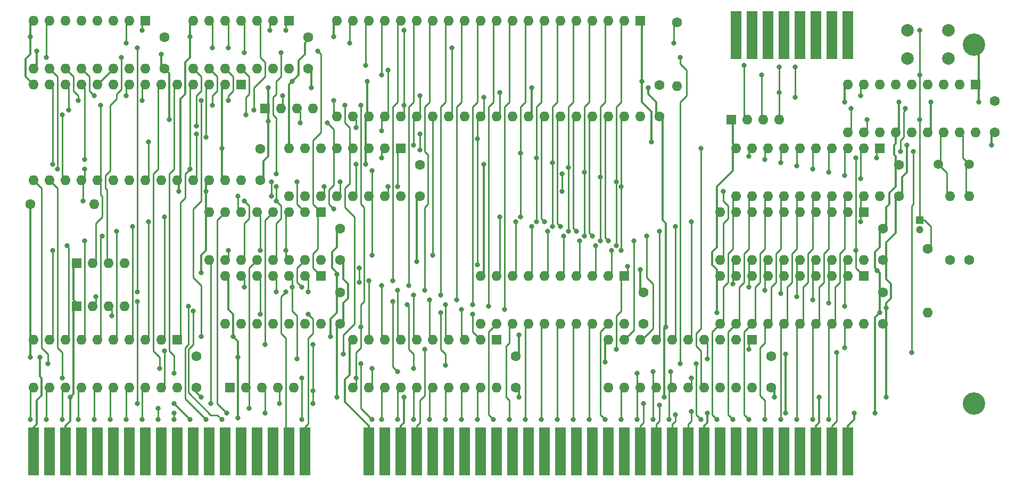
<source format=gbr>
G04 #@! TF.GenerationSoftware,KiCad,Pcbnew,(5.1.8)-1*
G04 #@! TF.CreationDate,2025-04-29T02:13:44-06:00*
G04 #@! TF.ProjectId,8086,38303836-2e6b-4696-9361-645f70636258,rev?*
G04 #@! TF.SameCoordinates,Original*
G04 #@! TF.FileFunction,Copper,L2,Bot*
G04 #@! TF.FilePolarity,Positive*
%FSLAX46Y46*%
G04 Gerber Fmt 4.6, Leading zero omitted, Abs format (unit mm)*
G04 Created by KiCad (PCBNEW (5.1.8)-1) date 2025-04-29 02:13:44*
%MOMM*%
%LPD*%
G01*
G04 APERTURE LIST*
G04 #@! TA.AperFunction,ComponentPad*
%ADD10O,1.600000X1.600000*%
G04 #@! TD*
G04 #@! TA.AperFunction,ComponentPad*
%ADD11R,1.600000X1.600000*%
G04 #@! TD*
G04 #@! TA.AperFunction,ComponentPad*
%ADD12C,1.600000*%
G04 #@! TD*
G04 #@! TA.AperFunction,ConnectorPad*
%ADD13R,1.780000X7.620000*%
G04 #@! TD*
G04 #@! TA.AperFunction,ComponentPad*
%ADD14C,2.000000*%
G04 #@! TD*
G04 #@! TA.AperFunction,ComponentPad*
%ADD15C,1.200000*%
G04 #@! TD*
G04 #@! TA.AperFunction,ComponentPad*
%ADD16R,1.200000X1.200000*%
G04 #@! TD*
G04 #@! TA.AperFunction,ComponentPad*
%ADD17C,1.500000*%
G04 #@! TD*
G04 #@! TA.AperFunction,ComponentPad*
%ADD18C,3.556000*%
G04 #@! TD*
G04 #@! TA.AperFunction,ViaPad*
%ADD19C,0.800000*%
G04 #@! TD*
G04 #@! TA.AperFunction,Conductor*
%ADD20C,0.330200*%
G04 #@! TD*
G04 #@! TA.AperFunction,Conductor*
%ADD21C,0.250000*%
G04 #@! TD*
G04 APERTURE END LIST*
D10*
G04 #@! TO.P,RN5,4*
G04 #@! TO.N,/PU1*
X107434380Y-104876600D03*
G04 #@! TO.P,RN5,3*
G04 #@! TO.N,/RDY1*
X104894380Y-104876600D03*
G04 #@! TO.P,RN5,2*
G04 #@! TO.N,/READY*
X102354380Y-104876600D03*
D11*
G04 #@! TO.P,RN5,1*
G04 #@! TO.N,/5+*
X99814380Y-104876600D03*
G04 #@! TD*
D10*
G04 #@! TO.P,R6,2*
G04 #@! TO.N,/STOP_BIT*
X102608380Y-95478600D03*
D12*
G04 #@! TO.P,R6,1*
G04 #@! TO.N,/GND*
X92448380Y-95478600D03*
G04 #@! TD*
D10*
G04 #@! TO.P,R5,2*
G04 #@! TO.N,/5+*
X235196380Y-112750600D03*
D12*
G04 #@! TO.P,R5,1*
G04 #@! TO.N,/RESET*
X235196380Y-102590600D03*
G04 #@! TD*
D10*
G04 #@! TO.P,RN4,4*
G04 #@! TO.N,/HOLD*
X211574380Y-82016600D03*
G04 #@! TO.P,RN4,3*
G04 #@! TO.N,/NMI*
X209034380Y-82016600D03*
G04 #@! TO.P,RN4,2*
G04 #@! TO.N,/INTR*
X206494380Y-82016600D03*
D11*
G04 #@! TO.P,RN4,1*
G04 #@! TO.N,/GND*
X203954380Y-82016600D03*
G04 #@! TD*
D10*
G04 #@! TO.P,RN3,4*
G04 #@! TO.N,/DEN_NORMAL*
X137406380Y-80238600D03*
G04 #@! TO.P,RN3,3*
G04 #@! TO.N,/DEN_NOT_NORMAL*
X134866380Y-80238600D03*
G04 #@! TO.P,RN3,2*
G04 #@! TO.N,/DEN*
X132326380Y-80238600D03*
D11*
G04 #@! TO.P,RN3,1*
G04 #@! TO.N,/5+*
X129786380Y-80238600D03*
G04 #@! TD*
D10*
G04 #@! TO.P,RN1,4*
G04 #@! TO.N,Net-(RN1-Pad4)*
X107434380Y-111734600D03*
G04 #@! TO.P,RN1,3*
G04 #@! TO.N,/MEMCS16*
X104894380Y-111734600D03*
G04 #@! TO.P,RN1,2*
G04 #@! TO.N,/IOCS16*
X102354380Y-111734600D03*
D11*
G04 #@! TO.P,RN1,1*
G04 #@! TO.N,/5+*
X99814380Y-111734600D03*
G04 #@! TD*
D13*
G04 #@! TO.P,J9,31*
G04 #@! TO.N,/GND*
X146296380Y-134848600D03*
G04 #@! TO.P,J9,30*
G04 #@! TO.N,/OSC88*
X148836380Y-134848600D03*
G04 #@! TO.P,J9,29*
G04 #@! TO.N,/5+*
X151376380Y-134848600D03*
G04 #@! TO.P,J9,28*
G04 #@! TO.N,/BUS_ALE_*
X153916380Y-134848600D03*
G04 #@! TO.P,J9,27*
G04 #@! TO.N,/TC*
X156456380Y-134848600D03*
G04 #@! TO.P,J9,26*
G04 #@! TO.N,/DACK2*
X158996380Y-134848600D03*
G04 #@! TO.P,J9,25*
G04 #@! TO.N,/IRQ3*
X161536380Y-134848600D03*
G04 #@! TO.P,J9,24*
G04 #@! TO.N,/IRQ4*
X164076380Y-134848600D03*
G04 #@! TO.P,J9,23*
G04 #@! TO.N,/IRQ5*
X166616380Y-134848600D03*
G04 #@! TO.P,J9,22*
G04 #@! TO.N,/IRQ6*
X169156380Y-134848600D03*
G04 #@! TO.P,J9,21*
G04 #@! TO.N,/IRQ7*
X171696380Y-134848600D03*
G04 #@! TO.P,J9,20*
G04 #@! TO.N,/CLK88*
X174236380Y-134848600D03*
G04 #@! TO.P,J9,19*
G04 #@! TO.N,/REFRQ*
X176776380Y-134848600D03*
G04 #@! TO.P,J9,18*
G04 #@! TO.N,/DRQ1*
X179316380Y-134848600D03*
G04 #@! TO.P,J9,17*
G04 #@! TO.N,/DACK1*
X181856380Y-134848600D03*
G04 #@! TO.P,J9,16*
G04 #@! TO.N,/DRQ3*
X184396380Y-134848600D03*
G04 #@! TO.P,J9,15*
G04 #@! TO.N,/DACK3*
X186936380Y-134848600D03*
G04 #@! TO.P,J9,14*
G04 #@! TO.N,/IORD*
X189476380Y-134848600D03*
G04 #@! TO.P,J9,13*
G04 #@! TO.N,/IOWR*
X192016380Y-134848600D03*
G04 #@! TO.P,J9,12*
G04 #@! TO.N,/SMRD*
X194556380Y-134848600D03*
G04 #@! TO.P,J9,11*
G04 #@! TO.N,/SMWR*
X197096380Y-134848600D03*
G04 #@! TO.P,J9,10*
G04 #@! TO.N,/GND*
X199636380Y-134848600D03*
G04 #@! TO.P,J9,9*
G04 #@! TO.N,/12+*
X202176380Y-134848600D03*
G04 #@! TO.P,J9,8*
G04 #@! TO.N,/NC*
X204716380Y-134848600D03*
G04 #@! TO.P,J9,7*
G04 #@! TO.N,/12-*
X207256380Y-134848600D03*
G04 #@! TO.P,J9,6*
G04 #@! TO.N,/DRQ2*
X209796380Y-134848600D03*
G04 #@! TO.P,J9,5*
G04 #@! TO.N,/5-*
X212336380Y-134848600D03*
G04 #@! TO.P,J9,4*
G04 #@! TO.N,/IRQ9*
X214876380Y-134848600D03*
G04 #@! TO.P,J9,3*
G04 #@! TO.N,/5+*
X217416380Y-134848600D03*
G04 #@! TO.P,J9,2*
G04 #@! TO.N,/RESET1*
X219956380Y-134848600D03*
G04 #@! TO.P,J9,1*
G04 #@! TO.N,/GND*
X222496380Y-134848600D03*
G04 #@! TD*
D10*
G04 #@! TO.P,RN2,5*
G04 #@! TO.N,/IORD*
X134358380Y-124688600D03*
G04 #@! TO.P,RN2,4*
G04 #@! TO.N,/IOWR*
X131818380Y-124688600D03*
G04 #@! TO.P,RN2,3*
G04 #@! TO.N,/SMRD*
X129278380Y-124688600D03*
G04 #@! TO.P,RN2,2*
G04 #@! TO.N,/SMWR*
X126738380Y-124688600D03*
D11*
G04 #@! TO.P,RN2,1*
G04 #@! TO.N,/5+*
X124198380Y-124688600D03*
G04 #@! TD*
D12*
G04 #@! TO.P,C12,2*
G04 #@! TO.N,/5+*
X136644380Y-73888600D03*
G04 #@! TO.P,C12,1*
G04 #@! TO.N,/GND*
X136644380Y-68888600D03*
G04 #@! TD*
G04 #@! TO.P,C16,2*
G04 #@! TO.N,/5+*
X154424380Y-94208600D03*
G04 #@! TO.P,C16,1*
G04 #@! TO.N,/GND*
X154424380Y-89208600D03*
G04 #@! TD*
D10*
G04 #@! TO.P,R4,2*
G04 #@! TO.N,/X1*
X241800380Y-94208600D03*
D12*
G04 #@! TO.P,R4,1*
G04 #@! TO.N,/GND*
X241800380Y-104368600D03*
G04 #@! TD*
D10*
G04 #@! TO.P,R3,2*
G04 #@! TO.N,/X2*
X238752380Y-94208600D03*
D12*
G04 #@! TO.P,R3,1*
G04 #@! TO.N,/GND*
X238752380Y-104368600D03*
G04 #@! TD*
G04 #@! TO.P,C18,2*
G04 #@! TO.N,/5+*
X129024380Y-91668600D03*
G04 #@! TO.P,C18,1*
G04 #@! TO.N,/GND*
X129024380Y-86668600D03*
G04 #@! TD*
D14*
G04 #@! TO.P,SW1,1*
G04 #@! TO.N,/RESET*
X238498380Y-67792600D03*
G04 #@! TO.P,SW1,2*
G04 #@! TO.N,/GND*
X238498380Y-72292600D03*
G04 #@! TO.P,SW1,1*
G04 #@! TO.N,/RESET*
X231998380Y-67792600D03*
G04 #@! TO.P,SW1,2*
G04 #@! TO.N,/GND*
X231998380Y-72292600D03*
G04 #@! TD*
D15*
G04 #@! TO.P,C25,2*
G04 #@! TO.N,/GND*
X233926380Y-99542600D03*
D16*
G04 #@! TO.P,C25,1*
G04 #@! TO.N,/RESET*
X233926380Y-98042600D03*
G04 #@! TD*
D12*
G04 #@! TO.P,C7,2*
G04 #@! TO.N,/5+*
X113784380Y-73888600D03*
G04 #@! TO.P,C7,1*
G04 #@! TO.N,/GND*
X113784380Y-68888600D03*
G04 #@! TD*
D17*
G04 #@! TO.P,Y1,2*
G04 #@! TO.N,/X1*
X241800380Y-89128600D03*
G04 #@! TO.P,Y1,1*
G04 #@! TO.N,/X2*
X236900380Y-89128600D03*
G04 #@! TD*
D10*
G04 #@! TO.P,R2,2*
G04 #@! TO.N,/CLK1*
X195318380Y-76682600D03*
D12*
G04 #@! TO.P,R2,1*
G04 #@! TO.N,/CLK_86*
X195318380Y-66522600D03*
G04 #@! TD*
G04 #@! TO.P,C14,2*
G04 #@! TO.N,/5+*
X189984380Y-114528600D03*
G04 #@! TO.P,C14,1*
G04 #@! TO.N,/GND*
X189984380Y-109528600D03*
G04 #@! TD*
G04 #@! TO.P,C13,2*
G04 #@! TO.N,/5+*
X141724380Y-114528600D03*
G04 #@! TO.P,C13,1*
G04 #@! TO.N,/GND*
X141724380Y-109528600D03*
G04 #@! TD*
G04 #@! TO.P,C11,2*
G04 #@! TO.N,/5+*
X118864380Y-124688600D03*
G04 #@! TO.P,C11,1*
G04 #@! TO.N,/GND*
X118864380Y-119688600D03*
G04 #@! TD*
G04 #@! TO.P,C9,2*
G04 #@! TO.N,/5+*
X230624380Y-94208600D03*
G04 #@! TO.P,C9,1*
G04 #@! TO.N,/GND*
X230624380Y-89208600D03*
G04 #@! TD*
G04 #@! TO.P,C8,2*
G04 #@! TO.N,/5+*
X141724380Y-104368600D03*
G04 #@! TO.P,C8,1*
G04 #@! TO.N,/GND*
X141724380Y-99368600D03*
G04 #@! TD*
G04 #@! TO.P,C6,2*
G04 #@! TO.N,/5+*
X228084380Y-104368600D03*
G04 #@! TO.P,C6,1*
G04 #@! TO.N,/GND*
X228084380Y-99368600D03*
G04 #@! TD*
G04 #@! TO.P,C5,2*
G04 #@! TO.N,/5+*
X192524380Y-81508600D03*
G04 #@! TO.P,C5,1*
G04 #@! TO.N,/GND*
X192524380Y-76508600D03*
G04 #@! TD*
G04 #@! TO.P,C4,2*
G04 #@! TO.N,/5+*
X228084380Y-114528600D03*
G04 #@! TO.P,C4,1*
G04 #@! TO.N,/GND*
X228084380Y-109528600D03*
G04 #@! TD*
G04 #@! TO.P,C3,2*
G04 #@! TO.N,/5+*
X210304380Y-124688600D03*
G04 #@! TO.P,C3,1*
G04 #@! TO.N,/GND*
X210304380Y-119688600D03*
G04 #@! TD*
G04 #@! TO.P,C2,2*
G04 #@! TO.N,/5+*
X169664380Y-124688600D03*
G04 #@! TO.P,C2,1*
G04 #@! TO.N,/GND*
X169664380Y-119688600D03*
G04 #@! TD*
G04 #@! TO.P,C1,2*
G04 #@! TO.N,/5+*
X245864380Y-84048600D03*
G04 #@! TO.P,C1,1*
G04 #@! TO.N,/GND*
X245864380Y-79048600D03*
G04 #@! TD*
D10*
G04 #@! TO.P,U2,20*
G04 #@! TO.N,/5+*
X166616380Y-124688600D03*
G04 #@! TO.P,U2,10*
G04 #@! TO.N,/GND*
X143756380Y-117068600D03*
G04 #@! TO.P,U2,19*
G04 #@! TO.N,/A7*
X164076380Y-124688600D03*
G04 #@! TO.P,U2,9*
G04 #@! TO.N,/AD0*
X146296380Y-117068600D03*
G04 #@! TO.P,U2,18*
G04 #@! TO.N,/A6*
X161536380Y-124688600D03*
G04 #@! TO.P,U2,8*
G04 #@! TO.N,/AD1*
X148836380Y-117068600D03*
G04 #@! TO.P,U2,17*
G04 #@! TO.N,/A5*
X158996380Y-124688600D03*
G04 #@! TO.P,U2,7*
G04 #@! TO.N,/AD2*
X151376380Y-117068600D03*
G04 #@! TO.P,U2,16*
G04 #@! TO.N,/A4*
X156456380Y-124688600D03*
G04 #@! TO.P,U2,6*
G04 #@! TO.N,/AD3*
X153916380Y-117068600D03*
G04 #@! TO.P,U2,15*
G04 #@! TO.N,/A3*
X153916380Y-124688600D03*
G04 #@! TO.P,U2,5*
G04 #@! TO.N,/AD4*
X156456380Y-117068600D03*
G04 #@! TO.P,U2,14*
G04 #@! TO.N,/A2*
X151376380Y-124688600D03*
G04 #@! TO.P,U2,4*
G04 #@! TO.N,/AD5*
X158996380Y-117068600D03*
G04 #@! TO.P,U2,13*
G04 #@! TO.N,/A1*
X148836380Y-124688600D03*
G04 #@! TO.P,U2,3*
G04 #@! TO.N,/AD6*
X161536380Y-117068600D03*
G04 #@! TO.P,U2,12*
G04 #@! TO.N,/A0*
X146296380Y-124688600D03*
G04 #@! TO.P,U2,2*
G04 #@! TO.N,/AD7*
X164076380Y-117068600D03*
G04 #@! TO.P,U2,11*
G04 #@! TO.N,/ALE*
X143756380Y-124688600D03*
D11*
G04 #@! TO.P,U2,1*
G04 #@! TO.N,/HOLDA*
X166616380Y-117068600D03*
G04 #@! TD*
D10*
G04 #@! TO.P,U18,28*
G04 #@! TO.N,/5+*
X125976380Y-91668600D03*
G04 #@! TO.P,U18,14*
G04 #@! TO.N,/GND*
X92956380Y-76428600D03*
G04 #@! TO.P,U18,27*
X123436380Y-91668600D03*
G04 #@! TO.P,U18,13*
G04 #@! TO.N,/RDWR*
X95496380Y-76428600D03*
G04 #@! TO.P,U18,26*
G04 #@! TO.N,/GND*
X120896380Y-91668600D03*
G04 #@! TO.P,U18,12*
G04 #@! TO.N,/DATA_LATCH*
X98036380Y-76428600D03*
G04 #@! TO.P,U18,25*
G04 #@! TO.N,/INTA*
X118356380Y-91668600D03*
G04 #@! TO.P,U18,11*
G04 #@! TO.N,/DATA_E*
X100576380Y-76428600D03*
G04 #@! TO.P,U18,24*
G04 #@! TO.N,/GND*
X115816380Y-91668600D03*
G04 #@! TO.P,U18,10*
G04 #@! TO.N,/C0*
X103116380Y-76428600D03*
G04 #@! TO.P,U18,23*
G04 #@! TO.N,/GND*
X113276380Y-91668600D03*
G04 #@! TO.P,U18,9*
G04 #@! TO.N,/C1*
X105656380Y-76428600D03*
G04 #@! TO.P,U18,22*
G04 #@! TO.N,/HOLDA*
X110736380Y-91668600D03*
G04 #@! TO.P,U18,8*
G04 #@! TO.N,/C2*
X108196380Y-76428600D03*
G04 #@! TO.P,U18,21*
G04 #@! TO.N,/GND*
X108196380Y-91668600D03*
G04 #@! TO.P,U18,7*
G04 #@! TO.N,/C3*
X110736380Y-76428600D03*
G04 #@! TO.P,U18,20*
G04 #@! TO.N,/GND*
X105656380Y-91668600D03*
G04 #@! TO.P,U18,6*
G04 #@! TO.N,/A0*
X113276380Y-76428600D03*
G04 #@! TO.P,U18,19*
G04 #@! TO.N,/READY*
X103116380Y-91668600D03*
G04 #@! TO.P,U18,5*
G04 #@! TO.N,/BHE*
X115816380Y-76428600D03*
G04 #@! TO.P,U18,18*
G04 #@! TO.N,/STOP_BIT*
X100576380Y-91668600D03*
G04 #@! TO.P,U18,4*
G04 #@! TO.N,/DTR*
X118356380Y-76428600D03*
G04 #@! TO.P,U18,17*
G04 #@! TO.N,/BUS_ALE*
X98036380Y-91668600D03*
G04 #@! TO.P,U18,3*
G04 #@! TO.N,/CS16_LATCHED*
X120896380Y-76428600D03*
G04 #@! TO.P,U18,16*
G04 #@! TO.N,/BUS_BHE*
X95496380Y-91668600D03*
G04 #@! TO.P,U18,2*
G04 #@! TO.N,/GND*
X123436380Y-76428600D03*
G04 #@! TO.P,U18,15*
G04 #@! TO.N,/BUS_A0*
X92956380Y-91668600D03*
D11*
G04 #@! TO.P,U18,1*
G04 #@! TO.N,/GND*
X125976380Y-76428600D03*
G04 #@! TD*
D10*
G04 #@! TO.P,U7,16*
G04 #@! TO.N,/5+*
X110736380Y-73888600D03*
G04 #@! TO.P,U7,8*
G04 #@! TO.N,/GND*
X92956380Y-66268600D03*
G04 #@! TO.P,U7,15*
G04 #@! TO.N,Net-(U7-Pad15)*
X108196380Y-73888600D03*
G04 #@! TO.P,U7,7*
G04 #@! TO.N,/RDY1*
X95496380Y-66268600D03*
G04 #@! TO.P,U7,14*
G04 #@! TO.N,/C0*
X105656380Y-73888600D03*
G04 #@! TO.P,U7,6*
G04 #@! TO.N,Net-(U7-Pad6)*
X98036380Y-66268600D03*
G04 #@! TO.P,U7,13*
G04 #@! TO.N,/C1*
X103116380Y-73888600D03*
G04 #@! TO.P,U7,5*
G04 #@! TO.N,Net-(U7-Pad5)*
X100576380Y-66268600D03*
G04 #@! TO.P,U7,12*
G04 #@! TO.N,/C2*
X100576380Y-73888600D03*
G04 #@! TO.P,U7,4*
G04 #@! TO.N,Net-(U7-Pad4)*
X103116380Y-66268600D03*
G04 #@! TO.P,U7,11*
G04 #@! TO.N,/C3*
X98036380Y-73888600D03*
G04 #@! TO.P,U7,3*
G04 #@! TO.N,Net-(U7-Pad3)*
X105656380Y-66268600D03*
G04 #@! TO.P,U7,10*
G04 #@! TO.N,/STOP_BIT*
X95496380Y-73888600D03*
G04 #@! TO.P,U7,2*
G04 #@! TO.N,/CLK_86*
X108196380Y-66268600D03*
G04 #@! TO.P,U7,9*
G04 #@! TO.N,/5+*
X92956380Y-73888600D03*
D11*
G04 #@! TO.P,U7,1*
G04 #@! TO.N,/ALE_*
X110736380Y-66268600D03*
G04 #@! TD*
D10*
G04 #@! TO.P,U6,20*
G04 #@! TO.N,/5+*
X225036380Y-104368600D03*
G04 #@! TO.P,U6,10*
G04 #@! TO.N,/GND*
X202176380Y-96748600D03*
G04 #@! TO.P,U6,19*
G04 #@! TO.N,/AD7*
X222496380Y-104368600D03*
G04 #@! TO.P,U6,9*
G04 #@! TO.N,/D0*
X204716380Y-96748600D03*
G04 #@! TO.P,U6,18*
G04 #@! TO.N,/AD6*
X219956380Y-104368600D03*
G04 #@! TO.P,U6,8*
G04 #@! TO.N,/D1*
X207256380Y-96748600D03*
G04 #@! TO.P,U6,17*
G04 #@! TO.N,/AD5*
X217416380Y-104368600D03*
G04 #@! TO.P,U6,7*
G04 #@! TO.N,/D2*
X209796380Y-96748600D03*
G04 #@! TO.P,U6,16*
G04 #@! TO.N,/AD4*
X214876380Y-104368600D03*
G04 #@! TO.P,U6,6*
G04 #@! TO.N,/D3*
X212336380Y-96748600D03*
G04 #@! TO.P,U6,15*
G04 #@! TO.N,/AD3*
X212336380Y-104368600D03*
G04 #@! TO.P,U6,5*
G04 #@! TO.N,/D4*
X214876380Y-96748600D03*
G04 #@! TO.P,U6,14*
G04 #@! TO.N,/AD2*
X209796380Y-104368600D03*
G04 #@! TO.P,U6,4*
G04 #@! TO.N,/D5*
X217416380Y-96748600D03*
G04 #@! TO.P,U6,13*
G04 #@! TO.N,/AD1*
X207256380Y-104368600D03*
G04 #@! TO.P,U6,3*
G04 #@! TO.N,/D6*
X219956380Y-96748600D03*
G04 #@! TO.P,U6,12*
G04 #@! TO.N,/AD0*
X204716380Y-104368600D03*
G04 #@! TO.P,U6,2*
G04 #@! TO.N,/D7*
X222496380Y-96748600D03*
G04 #@! TO.P,U6,11*
G04 #@! TO.N,/DATA_LATCH_*
X202176380Y-104368600D03*
D11*
G04 #@! TO.P,U6,1*
G04 #@! TO.N,/DEN_NOT_NORMAL*
X225036380Y-96748600D03*
G04 #@! TD*
D10*
G04 #@! TO.P,U17,14*
G04 #@! TO.N,/5+*
X133596380Y-73888600D03*
G04 #@! TO.P,U17,7*
G04 #@! TO.N,/GND*
X118356380Y-66268600D03*
G04 #@! TO.P,U17,13*
G04 #@! TO.N,N/C*
X131056380Y-73888600D03*
G04 #@! TO.P,U17,6*
G04 #@! TO.N,/IO_M_*
X120896380Y-66268600D03*
G04 #@! TO.P,U17,12*
G04 #@! TO.N,N/C*
X128516380Y-73888600D03*
G04 #@! TO.P,U17,5*
G04 #@! TO.N,/IO_M*
X123436380Y-66268600D03*
G04 #@! TO.P,U17,11*
G04 #@! TO.N,/BUS_ALE*
X125976380Y-73888600D03*
G04 #@! TO.P,U17,4*
G04 #@! TO.N,/DATA_LATCH_*
X125976380Y-66268600D03*
G04 #@! TO.P,U17,10*
G04 #@! TO.N,/BUS_ALE_*
X123436380Y-73888600D03*
G04 #@! TO.P,U17,3*
G04 #@! TO.N,/DATA_LATCH*
X128516380Y-66268600D03*
G04 #@! TO.P,U17,9*
G04 #@! TO.N,/READY*
X120896380Y-73888600D03*
G04 #@! TO.P,U17,2*
G04 #@! TO.N,/ALE_*
X131056380Y-66268600D03*
G04 #@! TO.P,U17,8*
G04 #@! TO.N,/READY_*
X118356380Y-73888600D03*
D11*
G04 #@! TO.P,U17,1*
G04 #@! TO.N,/ALE*
X133596380Y-66268600D03*
G04 #@! TD*
D10*
G04 #@! TO.P,U16,16*
G04 #@! TO.N,/5+*
X151376380Y-94208600D03*
G04 #@! TO.P,U16,8*
G04 #@! TO.N,/GND*
X133596380Y-86588600D03*
G04 #@! TO.P,U16,15*
G04 #@! TO.N,/DEN*
X148836380Y-94208600D03*
G04 #@! TO.P,U16,7*
G04 #@! TO.N,Net-(U16-Pad7)*
X136136380Y-86588600D03*
G04 #@! TO.P,U16,14*
G04 #@! TO.N,/DTR*
X146296380Y-94208600D03*
G04 #@! TO.P,U16,6*
G04 #@! TO.N,Net-(U16-Pad6)*
X138676380Y-86588600D03*
G04 #@! TO.P,U16,13*
G04 #@! TO.N,/RDWR*
X143756380Y-94208600D03*
G04 #@! TO.P,U16,5*
G04 #@! TO.N,/DEN_NOT_NORMAL*
X141216380Y-86588600D03*
G04 #@! TO.P,U16,12*
G04 #@! TO.N,/RD*
X141216380Y-94208600D03*
G04 #@! TO.P,U16,4*
G04 #@! TO.N,/DEN_NORMAL*
X143756380Y-86588600D03*
G04 #@! TO.P,U16,11*
G04 #@! TO.N,/WR*
X138676380Y-94208600D03*
G04 #@! TO.P,U16,3*
G04 #@! TO.N,/GND*
X146296380Y-86588600D03*
G04 #@! TO.P,U16,10*
G04 #@! TO.N,Net-(U16-Pad10)*
X136136380Y-94208600D03*
G04 #@! TO.P,U16,2*
G04 #@! TO.N,/DATA_E*
X148836380Y-86588600D03*
G04 #@! TO.P,U16,9*
G04 #@! TO.N,Net-(U16-Pad9)*
X133596380Y-94208600D03*
D11*
G04 #@! TO.P,U16,1*
G04 #@! TO.N,/DEN*
X151376380Y-86588600D03*
G04 #@! TD*
D10*
G04 #@! TO.P,U14,20*
G04 #@! TO.N,/5+*
X186936380Y-114528600D03*
G04 #@! TO.P,U14,10*
G04 #@! TO.N,/GND*
X164076380Y-106908600D03*
G04 #@! TO.P,U14,19*
G04 #@! TO.N,/A15*
X184396380Y-114528600D03*
G04 #@! TO.P,U14,9*
G04 #@! TO.N,/AD8*
X166616380Y-106908600D03*
G04 #@! TO.P,U14,18*
G04 #@! TO.N,/A14*
X181856380Y-114528600D03*
G04 #@! TO.P,U14,8*
G04 #@! TO.N,/AD9*
X169156380Y-106908600D03*
G04 #@! TO.P,U14,17*
G04 #@! TO.N,/A13*
X179316380Y-114528600D03*
G04 #@! TO.P,U14,7*
G04 #@! TO.N,/AD10*
X171696380Y-106908600D03*
G04 #@! TO.P,U14,16*
G04 #@! TO.N,/A12*
X176776380Y-114528600D03*
G04 #@! TO.P,U14,6*
G04 #@! TO.N,/AD11*
X174236380Y-106908600D03*
G04 #@! TO.P,U14,15*
G04 #@! TO.N,/A11*
X174236380Y-114528600D03*
G04 #@! TO.P,U14,5*
G04 #@! TO.N,/AD12*
X176776380Y-106908600D03*
G04 #@! TO.P,U14,14*
G04 #@! TO.N,/A10*
X171696380Y-114528600D03*
G04 #@! TO.P,U14,4*
G04 #@! TO.N,/AD13*
X179316380Y-106908600D03*
G04 #@! TO.P,U14,13*
G04 #@! TO.N,/A9*
X169156380Y-114528600D03*
G04 #@! TO.P,U14,3*
G04 #@! TO.N,/AD14*
X181856380Y-106908600D03*
G04 #@! TO.P,U14,12*
G04 #@! TO.N,/A8*
X166616380Y-114528600D03*
G04 #@! TO.P,U14,2*
G04 #@! TO.N,/AD15*
X184396380Y-106908600D03*
G04 #@! TO.P,U14,11*
G04 #@! TO.N,/ALE*
X164076380Y-114528600D03*
D11*
G04 #@! TO.P,U14,1*
G04 #@! TO.N,/HOLDA*
X186936380Y-106908600D03*
G04 #@! TD*
D10*
G04 #@! TO.P,U13,14*
G04 #@! TO.N,/5+*
X138676380Y-114528600D03*
G04 #@! TO.P,U13,7*
G04 #@! TO.N,/GND*
X123436380Y-106908600D03*
G04 #@! TO.P,U13,13*
G04 #@! TO.N,N/C*
X136136380Y-114528600D03*
G04 #@! TO.P,U13,6*
G04 #@! TO.N,/CS16*
X125976380Y-106908600D03*
G04 #@! TO.P,U13,12*
G04 #@! TO.N,N/C*
X133596380Y-114528600D03*
G04 #@! TO.P,U13,5*
G04 #@! TO.N,/MEMCS16*
X128516380Y-106908600D03*
G04 #@! TO.P,U13,11*
G04 #@! TO.N,N/C*
X131056380Y-114528600D03*
G04 #@! TO.P,U13,4*
G04 #@! TO.N,/IO_M_*
X131056380Y-106908600D03*
G04 #@! TO.P,U13,10*
G04 #@! TO.N,N/C*
X128516380Y-114528600D03*
G04 #@! TO.P,U13,3*
G04 #@! TO.N,/CS16*
X133596380Y-106908600D03*
G04 #@! TO.P,U13,9*
G04 #@! TO.N,N/C*
X125976380Y-114528600D03*
G04 #@! TO.P,U13,2*
G04 #@! TO.N,/IOCS16*
X136136380Y-106908600D03*
G04 #@! TO.P,U13,8*
G04 #@! TO.N,N/C*
X123436380Y-114528600D03*
D11*
G04 #@! TO.P,U13,1*
G04 #@! TO.N,/IO_M*
X138676380Y-106908600D03*
G04 #@! TD*
D10*
G04 #@! TO.P,U11,20*
G04 #@! TO.N,/5+*
X115816380Y-124688600D03*
G04 #@! TO.P,U11,10*
G04 #@! TO.N,/GND*
X92956380Y-117068600D03*
G04 #@! TO.P,U11,19*
G04 #@! TO.N,/DEN_NORMAL*
X113276380Y-124688600D03*
G04 #@! TO.P,U11,9*
G04 #@! TO.N,/AD15*
X95496380Y-117068600D03*
G04 #@! TO.P,U11,18*
G04 #@! TO.N,/D8*
X110736380Y-124688600D03*
G04 #@! TO.P,U11,8*
G04 #@! TO.N,/AD14*
X98036380Y-117068600D03*
G04 #@! TO.P,U11,17*
G04 #@! TO.N,/D9*
X108196380Y-124688600D03*
G04 #@! TO.P,U11,7*
G04 #@! TO.N,/AD13*
X100576380Y-117068600D03*
G04 #@! TO.P,U11,16*
G04 #@! TO.N,/D10*
X105656380Y-124688600D03*
G04 #@! TO.P,U11,6*
G04 #@! TO.N,/AD12*
X103116380Y-117068600D03*
G04 #@! TO.P,U11,15*
G04 #@! TO.N,/D11*
X103116380Y-124688600D03*
G04 #@! TO.P,U11,5*
G04 #@! TO.N,/AD11*
X105656380Y-117068600D03*
G04 #@! TO.P,U11,14*
G04 #@! TO.N,/D12*
X100576380Y-124688600D03*
G04 #@! TO.P,U11,4*
G04 #@! TO.N,/AD10*
X108196380Y-117068600D03*
G04 #@! TO.P,U11,13*
G04 #@! TO.N,/D13*
X98036380Y-124688600D03*
G04 #@! TO.P,U11,3*
G04 #@! TO.N,/AD9*
X110736380Y-117068600D03*
G04 #@! TO.P,U11,12*
G04 #@! TO.N,/D14*
X95496380Y-124688600D03*
G04 #@! TO.P,U11,2*
G04 #@! TO.N,/AD8*
X113276380Y-117068600D03*
G04 #@! TO.P,U11,11*
G04 #@! TO.N,/D15*
X92956380Y-124688600D03*
D11*
G04 #@! TO.P,U11,1*
G04 #@! TO.N,/DTR*
X115816380Y-117068600D03*
G04 #@! TD*
D10*
G04 #@! TO.P,U9,20*
G04 #@! TO.N,/5+*
X227576380Y-94208600D03*
G04 #@! TO.P,U9,10*
G04 #@! TO.N,/GND*
X204716380Y-86588600D03*
G04 #@! TO.P,U9,19*
G04 #@! TO.N,/DEN_NOT_NORMAL*
X225036380Y-94208600D03*
G04 #@! TO.P,U9,9*
G04 #@! TO.N,/AD8*
X207256380Y-86588600D03*
G04 #@! TO.P,U9,18*
G04 #@! TO.N,/D7*
X222496380Y-94208600D03*
G04 #@! TO.P,U9,8*
G04 #@! TO.N,/AD9*
X209796380Y-86588600D03*
G04 #@! TO.P,U9,17*
G04 #@! TO.N,/D6*
X219956380Y-94208600D03*
G04 #@! TO.P,U9,7*
G04 #@! TO.N,/AD10*
X212336380Y-86588600D03*
G04 #@! TO.P,U9,16*
G04 #@! TO.N,/D5*
X217416380Y-94208600D03*
G04 #@! TO.P,U9,6*
G04 #@! TO.N,/AD11*
X214876380Y-86588600D03*
G04 #@! TO.P,U9,15*
G04 #@! TO.N,/D4*
X214876380Y-94208600D03*
G04 #@! TO.P,U9,5*
G04 #@! TO.N,/AD12*
X217416380Y-86588600D03*
G04 #@! TO.P,U9,14*
G04 #@! TO.N,/D3*
X212336380Y-94208600D03*
G04 #@! TO.P,U9,4*
G04 #@! TO.N,/AD13*
X219956380Y-86588600D03*
G04 #@! TO.P,U9,13*
G04 #@! TO.N,/D2*
X209796380Y-94208600D03*
G04 #@! TO.P,U9,3*
G04 #@! TO.N,/AD14*
X222496380Y-86588600D03*
G04 #@! TO.P,U9,12*
G04 #@! TO.N,/D1*
X207256380Y-94208600D03*
G04 #@! TO.P,U9,2*
G04 #@! TO.N,/AD15*
X225036380Y-86588600D03*
G04 #@! TO.P,U9,11*
G04 #@! TO.N,/D0*
X204716380Y-94208600D03*
D11*
G04 #@! TO.P,U9,1*
G04 #@! TO.N,/DTR*
X227576380Y-86588600D03*
G04 #@! TD*
D10*
G04 #@! TO.P,U8,16*
G04 #@! TO.N,/5+*
X138676380Y-104368600D03*
G04 #@! TO.P,U8,8*
G04 #@! TO.N,/GND*
X120896380Y-96748600D03*
G04 #@! TO.P,U8,15*
G04 #@! TO.N,/HOLDA*
X136136380Y-104368600D03*
G04 #@! TO.P,U8,7*
G04 #@! TO.N,/SMRD*
X123436380Y-96748600D03*
G04 #@! TO.P,U8,14*
G04 #@! TO.N,/PU1*
X133596380Y-104368600D03*
G04 #@! TO.P,U8,6*
G04 #@! TO.N,/RD*
X125976380Y-96748600D03*
G04 #@! TO.P,U8,13*
G04 #@! TO.N,/WR*
X131056380Y-104368600D03*
G04 #@! TO.P,U8,5*
G04 #@! TO.N,/PU1*
X128516380Y-96748600D03*
G04 #@! TO.P,U8,12*
G04 #@! TO.N,/SMWR*
X128516380Y-104368600D03*
G04 #@! TO.P,U8,4*
G04 #@! TO.N,/IORD*
X131056380Y-96748600D03*
G04 #@! TO.P,U8,11*
G04 #@! TO.N,/WR*
X125976380Y-104368600D03*
G04 #@! TO.P,U8,3*
G04 #@! TO.N,/PU1*
X133596380Y-96748600D03*
G04 #@! TO.P,U8,10*
X123436380Y-104368600D03*
G04 #@! TO.P,U8,2*
G04 #@! TO.N,/RD*
X136136380Y-96748600D03*
G04 #@! TO.P,U8,9*
G04 #@! TO.N,/IOWR*
X120896380Y-104368600D03*
D11*
G04 #@! TO.P,U8,1*
G04 #@! TO.N,/IO_M*
X138676380Y-96748600D03*
G04 #@! TD*
D10*
G04 #@! TO.P,U5,40*
G04 #@! TO.N,/5+*
X189476380Y-81508600D03*
G04 #@! TO.P,U5,20*
G04 #@! TO.N,/GND*
X141216380Y-66268600D03*
G04 #@! TO.P,U5,39*
G04 #@! TO.N,/AD15*
X186936380Y-81508600D03*
G04 #@! TO.P,U5,19*
G04 #@! TO.N,/CLK_86*
X143756380Y-66268600D03*
G04 #@! TO.P,U5,38*
G04 #@! TO.N,/A16_*
X184396380Y-81508600D03*
G04 #@! TO.P,U5,18*
G04 #@! TO.N,/INTR*
X146296380Y-66268600D03*
G04 #@! TO.P,U5,37*
G04 #@! TO.N,/A17_*
X181856380Y-81508600D03*
G04 #@! TO.P,U5,17*
G04 #@! TO.N,/NMI*
X148836380Y-66268600D03*
G04 #@! TO.P,U5,36*
G04 #@! TO.N,/A18_*
X179316380Y-81508600D03*
G04 #@! TO.P,U5,16*
G04 #@! TO.N,/AD0*
X151376380Y-66268600D03*
G04 #@! TO.P,U5,35*
G04 #@! TO.N,/A19_*
X176776380Y-81508600D03*
G04 #@! TO.P,U5,15*
G04 #@! TO.N,/AD1*
X153916380Y-66268600D03*
G04 #@! TO.P,U5,34*
G04 #@! TO.N,/BHE_*
X174236380Y-81508600D03*
G04 #@! TO.P,U5,14*
G04 #@! TO.N,/AD2*
X156456380Y-66268600D03*
G04 #@! TO.P,U5,33*
G04 #@! TO.N,/5+*
X171696380Y-81508600D03*
G04 #@! TO.P,U5,13*
G04 #@! TO.N,/AD3*
X158996380Y-66268600D03*
G04 #@! TO.P,U5,32*
G04 #@! TO.N,Net-(U5-Pad32)*
X169156380Y-81508600D03*
G04 #@! TO.P,U5,12*
G04 #@! TO.N,/AD4*
X161536380Y-66268600D03*
G04 #@! TO.P,U5,31*
G04 #@! TO.N,/HOLD*
X166616380Y-81508600D03*
G04 #@! TO.P,U5,11*
G04 #@! TO.N,/AD5*
X164076380Y-66268600D03*
G04 #@! TO.P,U5,30*
G04 #@! TO.N,/HOLDA*
X164076380Y-81508600D03*
G04 #@! TO.P,U5,10*
G04 #@! TO.N,/AD6*
X166616380Y-66268600D03*
G04 #@! TO.P,U5,29*
G04 #@! TO.N,Net-(U5-Pad29)*
X161536380Y-81508600D03*
G04 #@! TO.P,U5,9*
G04 #@! TO.N,/AD7*
X169156380Y-66268600D03*
G04 #@! TO.P,U5,28*
G04 #@! TO.N,/IO_M*
X158996380Y-81508600D03*
G04 #@! TO.P,U5,8*
G04 #@! TO.N,/AD8*
X171696380Y-66268600D03*
G04 #@! TO.P,U5,27*
G04 #@! TO.N,/DTR*
X156456380Y-81508600D03*
G04 #@! TO.P,U5,7*
G04 #@! TO.N,/AD9*
X174236380Y-66268600D03*
G04 #@! TO.P,U5,26*
G04 #@! TO.N,/DEN*
X153916380Y-81508600D03*
G04 #@! TO.P,U5,6*
G04 #@! TO.N,/AD10*
X176776380Y-66268600D03*
G04 #@! TO.P,U5,25*
G04 #@! TO.N,/ALE*
X151376380Y-81508600D03*
G04 #@! TO.P,U5,5*
G04 #@! TO.N,/AD11*
X179316380Y-66268600D03*
G04 #@! TO.P,U5,24*
G04 #@! TO.N,/INTA*
X148836380Y-81508600D03*
G04 #@! TO.P,U5,4*
G04 #@! TO.N,/AD12*
X181856380Y-66268600D03*
G04 #@! TO.P,U5,23*
G04 #@! TO.N,/GND*
X146296380Y-81508600D03*
G04 #@! TO.P,U5,3*
G04 #@! TO.N,/AD13*
X184396380Y-66268600D03*
G04 #@! TO.P,U5,22*
G04 #@! TO.N,/READY_*
X143756380Y-81508600D03*
G04 #@! TO.P,U5,2*
G04 #@! TO.N,/AD14*
X186936380Y-66268600D03*
G04 #@! TO.P,U5,21*
G04 #@! TO.N,/RESET1*
X141216380Y-81508600D03*
D11*
G04 #@! TO.P,U5,1*
G04 #@! TO.N,/GND*
X189476380Y-66268600D03*
G04 #@! TD*
D10*
G04 #@! TO.P,U4,20*
G04 #@! TO.N,/5+*
X225036380Y-114528600D03*
G04 #@! TO.P,U4,10*
G04 #@! TO.N,/GND*
X202176380Y-106908600D03*
G04 #@! TO.P,U4,19*
G04 #@! TO.N,/DEN_NORMAL*
X222496380Y-114528600D03*
G04 #@! TO.P,U4,9*
G04 #@! TO.N,/AD0*
X204716380Y-106908600D03*
G04 #@! TO.P,U4,18*
G04 #@! TO.N,/D7*
X219956380Y-114528600D03*
G04 #@! TO.P,U4,8*
G04 #@! TO.N,/AD1*
X207256380Y-106908600D03*
G04 #@! TO.P,U4,17*
G04 #@! TO.N,/D6*
X217416380Y-114528600D03*
G04 #@! TO.P,U4,7*
G04 #@! TO.N,/AD2*
X209796380Y-106908600D03*
G04 #@! TO.P,U4,16*
G04 #@! TO.N,/D5*
X214876380Y-114528600D03*
G04 #@! TO.P,U4,6*
G04 #@! TO.N,/AD3*
X212336380Y-106908600D03*
G04 #@! TO.P,U4,15*
G04 #@! TO.N,/D4*
X212336380Y-114528600D03*
G04 #@! TO.P,U4,5*
G04 #@! TO.N,/AD4*
X214876380Y-106908600D03*
G04 #@! TO.P,U4,14*
G04 #@! TO.N,/D3*
X209796380Y-114528600D03*
G04 #@! TO.P,U4,4*
G04 #@! TO.N,/AD5*
X217416380Y-106908600D03*
G04 #@! TO.P,U4,13*
G04 #@! TO.N,/D2*
X207256380Y-114528600D03*
G04 #@! TO.P,U4,3*
G04 #@! TO.N,/AD6*
X219956380Y-106908600D03*
G04 #@! TO.P,U4,12*
G04 #@! TO.N,/D1*
X204716380Y-114528600D03*
G04 #@! TO.P,U4,2*
G04 #@! TO.N,/AD7*
X222496380Y-106908600D03*
G04 #@! TO.P,U4,11*
G04 #@! TO.N,/D0*
X202176380Y-114528600D03*
D11*
G04 #@! TO.P,U4,1*
G04 #@! TO.N,/DTR*
X225036380Y-106908600D03*
G04 #@! TD*
D10*
G04 #@! TO.P,U3,20*
G04 #@! TO.N,/5+*
X207256380Y-124688600D03*
G04 #@! TO.P,U3,10*
G04 #@! TO.N,/GND*
X184396380Y-117068600D03*
G04 #@! TO.P,U3,19*
G04 #@! TO.N,Net-(U3-Pad19)*
X204716380Y-124688600D03*
G04 #@! TO.P,U3,9*
G04 #@! TO.N,/A16_*
X186936380Y-117068600D03*
G04 #@! TO.P,U3,18*
G04 #@! TO.N,Net-(U3-Pad18)*
X202176380Y-124688600D03*
G04 #@! TO.P,U3,8*
G04 #@! TO.N,/A17_*
X189476380Y-117068600D03*
G04 #@! TO.P,U3,17*
G04 #@! TO.N,/CS16_LATCHED*
X199636380Y-124688600D03*
G04 #@! TO.P,U3,7*
G04 #@! TO.N,/A18_*
X192016380Y-117068600D03*
G04 #@! TO.P,U3,16*
G04 #@! TO.N,/BHE*
X197096380Y-124688600D03*
G04 #@! TO.P,U3,6*
G04 #@! TO.N,/A19_*
X194556380Y-117068600D03*
G04 #@! TO.P,U3,15*
G04 #@! TO.N,/A19*
X194556380Y-124688600D03*
G04 #@! TO.P,U3,5*
G04 #@! TO.N,/BHE_*
X197096380Y-117068600D03*
G04 #@! TO.P,U3,14*
G04 #@! TO.N,/A18*
X192016380Y-124688600D03*
G04 #@! TO.P,U3,4*
G04 #@! TO.N,/CS16*
X199636380Y-117068600D03*
G04 #@! TO.P,U3,13*
G04 #@! TO.N,/A17*
X189476380Y-124688600D03*
G04 #@! TO.P,U3,3*
G04 #@! TO.N,Net-(U3-Pad3)*
X202176380Y-117068600D03*
G04 #@! TO.P,U3,12*
G04 #@! TO.N,/A16*
X186936380Y-124688600D03*
G04 #@! TO.P,U3,2*
G04 #@! TO.N,Net-(U3-Pad2)*
X204716380Y-117068600D03*
G04 #@! TO.P,U3,11*
G04 #@! TO.N,/ALE*
X184396380Y-124688600D03*
D11*
G04 #@! TO.P,U3,1*
G04 #@! TO.N,/HOLDA*
X207256380Y-117068600D03*
G04 #@! TD*
D10*
G04 #@! TO.P,U1,18*
G04 #@! TO.N,/5+*
X242816380Y-84048600D03*
G04 #@! TO.P,U1,9*
G04 #@! TO.N,/GND*
X222496380Y-76428600D03*
G04 #@! TO.P,U1,17*
G04 #@! TO.N,/X1*
X240276380Y-84048600D03*
G04 #@! TO.P,U1,8*
G04 #@! TO.N,/CLK1*
X225036380Y-76428600D03*
G04 #@! TO.P,U1,16*
G04 #@! TO.N,/X2*
X237736380Y-84048600D03*
G04 #@! TO.P,U1,7*
G04 #@! TO.N,Net-(U1-Pad7)*
X227576380Y-76428600D03*
G04 #@! TO.P,U1,15*
G04 #@! TO.N,/GND*
X235196380Y-84048600D03*
G04 #@! TO.P,U1,6*
G04 #@! TO.N,Net-(U1-Pad6)*
X230116380Y-76428600D03*
G04 #@! TO.P,U1,14*
G04 #@! TO.N,Net-(U1-Pad14)*
X232656380Y-84048600D03*
G04 #@! TO.P,U1,5*
G04 #@! TO.N,Net-(U1-Pad5)*
X232656380Y-76428600D03*
G04 #@! TO.P,U1,13*
G04 #@! TO.N,/GND*
X230116380Y-84048600D03*
G04 #@! TO.P,U1,4*
G04 #@! TO.N,Net-(U1-Pad4)*
X235196380Y-76428600D03*
G04 #@! TO.P,U1,12*
G04 #@! TO.N,Net-(U1-Pad12)*
X227576380Y-84048600D03*
G04 #@! TO.P,U1,3*
G04 #@! TO.N,Net-(U1-Pad3)*
X237736380Y-76428600D03*
G04 #@! TO.P,U1,11*
G04 #@! TO.N,/RESET*
X225036380Y-84048600D03*
G04 #@! TO.P,U1,2*
G04 #@! TO.N,Net-(U1-Pad2)*
X240276380Y-76428600D03*
G04 #@! TO.P,U1,10*
G04 #@! TO.N,/RESET1*
X222496380Y-84048600D03*
D11*
G04 #@! TO.P,U1,1*
G04 #@! TO.N,/GND*
X242816380Y-76428600D03*
G04 #@! TD*
D13*
G04 #@! TO.P,J2,17*
G04 #@! TO.N,/MASTER*
X95496380Y-134848600D03*
G04 #@! TO.P,J2,16*
G04 #@! TO.N,/5+*
X98036380Y-134848600D03*
G04 #@! TO.P,J2,13*
G04 #@! TO.N,Net-(J2-Pad13)*
X105656380Y-134848600D03*
G04 #@! TO.P,J2,10*
G04 #@! TO.N,Net-(J2-Pad10)*
X113276380Y-134848600D03*
G04 #@! TO.P,J2,9*
G04 #@! TO.N,Net-(J2-Pad9)*
X115816380Y-134848600D03*
G04 #@! TO.P,J2,14*
G04 #@! TO.N,Net-(J2-Pad14)*
X103116380Y-134848600D03*
G04 #@! TO.P,J2,15*
G04 #@! TO.N,Net-(J2-Pad15)*
X100576380Y-134848600D03*
G04 #@! TO.P,J2,11*
G04 #@! TO.N,Net-(J2-Pad11)*
X110736380Y-134848600D03*
G04 #@! TO.P,J2,12*
G04 #@! TO.N,Net-(J2-Pad12)*
X108196380Y-134848600D03*
G04 #@! TO.P,J2,8*
G04 #@! TO.N,Net-(J2-Pad8)*
X118356380Y-134848600D03*
G04 #@! TO.P,J2,18*
G04 #@! TO.N,/GND*
X92956380Y-134848600D03*
G04 #@! TO.P,J2,7*
G04 #@! TO.N,Net-(J2-Pad7)*
X120896380Y-134848600D03*
G04 #@! TO.P,J2,6*
G04 #@! TO.N,Net-(J2-Pad6)*
X123436380Y-134848600D03*
G04 #@! TO.P,J2,5*
G04 #@! TO.N,Net-(J2-Pad5)*
X125976380Y-134848600D03*
G04 #@! TO.P,J2,4*
G04 #@! TO.N,Net-(J2-Pad4)*
X128516380Y-134848600D03*
G04 #@! TO.P,J2,3*
G04 #@! TO.N,Net-(J2-Pad3)*
X131056380Y-134848600D03*
G04 #@! TO.P,J2,2*
G04 #@! TO.N,/IOCS16*
X133596380Y-134848600D03*
G04 #@! TO.P,J2,1*
G04 #@! TO.N,/MEMCS16*
X136136380Y-134848600D03*
G04 #@! TD*
G04 #@! TO.P,J1,8*
G04 #@! TO.N,Net-(J1-Pad8)*
X222496380Y-68554600D03*
G04 #@! TO.P,J1,7*
G04 #@! TO.N,Net-(J1-Pad7)*
X219956380Y-68554600D03*
G04 #@! TO.P,J1,6*
G04 #@! TO.N,Net-(J1-Pad6)*
X217416380Y-68554600D03*
G04 #@! TO.P,J1,5*
G04 #@! TO.N,Net-(J1-Pad5)*
X214876380Y-68554600D03*
G04 #@! TO.P,J1,4*
G04 #@! TO.N,Net-(J1-Pad4)*
X212336380Y-68554600D03*
G04 #@! TO.P,J1,3*
G04 #@! TO.N,Net-(J1-Pad3)*
X209796380Y-68554600D03*
G04 #@! TO.P,J1,2*
G04 #@! TO.N,Net-(J1-Pad2)*
X207256380Y-68554600D03*
G04 #@! TO.P,J1,1*
G04 #@! TO.N,Net-(J1-Pad1)*
X204716380Y-68554600D03*
G04 #@! TD*
D18*
G04 #@! TO.P,R,1*
G04 #@! TO.N,/GND*
X242562380Y-127228600D03*
G04 #@! TD*
G04 #@! TO.P,R,1*
G04 #@! TO.N,/GND*
X242562380Y-70078600D03*
G04 #@! TD*
D19*
G04 #@! TO.N,/5+*
X210812380Y-126212600D03*
X217924380Y-126212600D03*
X193286380Y-126212600D03*
X193540380Y-115036600D03*
X228592380Y-126212600D03*
X153916380Y-104622600D03*
X98798380Y-126212600D03*
X151884380Y-126212600D03*
X141216380Y-126212600D03*
X170172380Y-126212600D03*
X231894380Y-86080600D03*
X245356380Y-86080600D03*
X190746380Y-76936600D03*
X137152380Y-76936600D03*
X172204380Y-76936600D03*
X130294380Y-76936600D03*
X113276380Y-71602600D03*
X93464380Y-71094600D03*
X130294380Y-82270600D03*
X114546380Y-82016600D03*
X119626380Y-126212600D03*
X228592380Y-111988600D03*
G04 #@! TO.N,/GND*
X117848380Y-68808600D03*
X92448380Y-68808600D03*
X140708380Y-68808600D03*
X92448380Y-119862600D03*
X93972380Y-119862600D03*
X120388380Y-93446600D03*
X116070380Y-93446600D03*
X122928380Y-86588600D03*
X140200380Y-116560600D03*
X189476380Y-105892600D03*
X191254380Y-85572600D03*
X125468380Y-119862600D03*
X119626380Y-106400600D03*
X125468380Y-129514600D03*
X227195380Y-106019600D03*
X221988380Y-79222600D03*
X230624380Y-79222600D03*
X235704380Y-79222600D03*
X243324380Y-79222600D03*
X201668380Y-112750600D03*
X227576380Y-112750600D03*
X226814380Y-128752600D03*
X223512380Y-128752600D03*
X212590380Y-119354600D03*
X212590380Y-128752600D03*
X141216380Y-106654600D03*
X134104380Y-75920600D03*
X189730380Y-75920600D03*
X145788380Y-89128600D03*
X146042380Y-75920600D03*
X164584380Y-89128600D03*
X200144380Y-128752600D03*
X183888380Y-120624600D03*
X170172380Y-116306600D03*
X124706380Y-116560600D03*
G04 #@! TO.N,/ALE*
X133088380Y-67792600D03*
X151884380Y-67792600D03*
X151884380Y-79730600D03*
X145026380Y-79730600D03*
X144264380Y-123164600D03*
X145026380Y-115036600D03*
G04 #@! TO.N,/D7*
X219448380Y-129768600D03*
G04 #@! TO.N,/D6*
X216908380Y-129768600D03*
G04 #@! TO.N,/D5*
X214368380Y-129768600D03*
G04 #@! TO.N,/D4*
X211828380Y-129768600D03*
G04 #@! TO.N,/D3*
X209288380Y-129768600D03*
G04 #@! TO.N,/D2*
X206748380Y-129768600D03*
G04 #@! TO.N,/D1*
X204208380Y-129768600D03*
G04 #@! TO.N,/D0*
X201668380Y-129768600D03*
G04 #@! TO.N,/RDY1*
X195826374Y-120878600D03*
X94988380Y-72110600D03*
X195826380Y-72110600D03*
X198366380Y-120878600D03*
X199128380Y-129768600D03*
X106926380Y-72110600D03*
G04 #@! TO.N,/A19*
X194048380Y-129768600D03*
X122928380Y-129768600D03*
X118356380Y-112496600D03*
X194302380Y-122148600D03*
X158488380Y-121132600D03*
X157726380Y-112750600D03*
G04 #@! TO.N,/A18*
X191508380Y-129768600D03*
X120388380Y-129768600D03*
X117594380Y-111734600D03*
X191508380Y-122148600D03*
X153408380Y-121640600D03*
X152392380Y-111480600D03*
G04 #@! TO.N,/A17*
X188968380Y-129768600D03*
X117848380Y-129768600D03*
X115308380Y-127228600D03*
X109466380Y-127228600D03*
X109466380Y-110972600D03*
X188968380Y-122402600D03*
X150868380Y-122148600D03*
X150106380Y-110972600D03*
G04 #@! TO.N,/A16*
X186428380Y-129768600D03*
G04 #@! TO.N,/A15*
X183888380Y-129768600D03*
G04 #@! TO.N,/A14*
X181348380Y-129768600D03*
G04 #@! TO.N,/A13*
X178808380Y-129768600D03*
G04 #@! TO.N,/A12*
X176268380Y-129768600D03*
G04 #@! TO.N,/A11*
X173728380Y-129768600D03*
G04 #@! TO.N,/A10*
X171188380Y-129768600D03*
G04 #@! TO.N,/A9*
X168648380Y-129768600D03*
G04 #@! TO.N,/A8*
X166108380Y-129768600D03*
G04 #@! TO.N,/A7*
X163568380Y-129768600D03*
G04 #@! TO.N,/A6*
X161028380Y-129768600D03*
G04 #@! TO.N,/A5*
X158488380Y-129768600D03*
G04 #@! TO.N,/A4*
X155948380Y-129768600D03*
G04 #@! TO.N,/A3*
X153408380Y-129768600D03*
G04 #@! TO.N,/A2*
X150868380Y-129768600D03*
G04 #@! TO.N,/A1*
X148328380Y-129768600D03*
G04 #@! TO.N,/A0*
X113022380Y-121640600D03*
X146804380Y-121640600D03*
G04 #@! TO.N,/IOWR*
X132072380Y-127228600D03*
X121150388Y-127228600D03*
X192524380Y-127482600D03*
G04 #@! TO.N,/IORD*
X129786380Y-117830600D03*
X137406380Y-117830600D03*
X137406380Y-125196600D03*
X137406380Y-127228600D03*
X189984380Y-127228600D03*
G04 #@! TO.N,/HOLDA*
X187444380Y-105384600D03*
X206748380Y-118592600D03*
X185666380Y-118592600D03*
X163568380Y-105130600D03*
X144772380Y-107924600D03*
X214114380Y-73634600D03*
X214114380Y-78460600D03*
X164584380Y-78460600D03*
X144772380Y-105638600D03*
X135623720Y-108681940D03*
X163568380Y-85064600D03*
X111244380Y-85572600D03*
G04 #@! TO.N,/HOLD*
X211574380Y-73634600D03*
X211574380Y-77698600D03*
X167124380Y-77698600D03*
G04 #@! TO.N,/READY*
X103624380Y-79730600D03*
X121404380Y-79730600D03*
G04 #@! TO.N,/RESET*
X233926380Y-82016600D03*
X225544380Y-82016600D03*
X233926380Y-67792600D03*
X233926380Y-74904600D03*
G04 #@! TO.N,/NMI*
X148328380Y-74904600D03*
X208780380Y-74904600D03*
G04 #@! TO.N,/BHE*
X115308380Y-122402600D03*
X197604380Y-123164600D03*
G04 #@! TO.N,/D12*
X100068380Y-129768600D03*
G04 #@! TO.N,/D10*
X105148380Y-129768600D03*
G04 #@! TO.N,/D13*
X97528380Y-129768600D03*
G04 #@! TO.N,/D11*
X102608380Y-129768600D03*
G04 #@! TO.N,/D14*
X94988380Y-129768600D03*
G04 #@! TO.N,/D15*
X92448380Y-129768600D03*
G04 #@! TO.N,/D9*
X107688380Y-129768600D03*
G04 #@! TO.N,/D8*
X110228380Y-129768600D03*
G04 #@! TO.N,/IOCS16*
X133088380Y-109448600D03*
X136644384Y-109448600D03*
X102862380Y-110210600D03*
G04 #@! TO.N,/MEMCS16*
X136644380Y-113004600D03*
X129024380Y-113004598D03*
X105402380Y-113258600D03*
G04 #@! TO.N,/SMRD*
X115308380Y-129768600D03*
X115308380Y-128752600D03*
X123690380Y-128752600D03*
X129786380Y-128752600D03*
X195064380Y-129006600D03*
G04 #@! TO.N,/SMWR*
X112768380Y-129768600D03*
X112768380Y-127990600D03*
X127246380Y-127990600D03*
X197604380Y-128498600D03*
G04 #@! TO.N,/CLK1*
X224528380Y-78206600D03*
G04 #@! TO.N,/CLK_86*
X143248380Y-69824600D03*
X107688380Y-69824600D03*
X194810380Y-69824600D03*
G04 #@! TO.N,/CS16*
X134866380Y-120116600D03*
X200144380Y-120116600D03*
X134104380Y-108686600D03*
X126484380Y-108686600D03*
G04 #@! TO.N,/DEN_NOT_NORMAL*
X224528380Y-98272600D03*
X140708380Y-96240600D03*
X139692380Y-82524600D03*
X135374380Y-82524600D03*
G04 #@! TO.N,/DEN_NORMAL*
X221988380Y-118338600D03*
X142232380Y-119354600D03*
X113784380Y-118846600D03*
X142486380Y-79730600D03*
G04 #@! TO.N,/DEN*
X153408380Y-86080600D03*
X150868380Y-92684600D03*
X149344380Y-92684600D03*
X132580380Y-78206600D03*
X154424380Y-78206600D03*
G04 #@! TO.N,/RESET1*
X223004380Y-80238600D03*
X140708380Y-78968600D03*
X220718380Y-119100600D03*
X231640380Y-80238600D03*
X230878380Y-87096600D03*
X232910380Y-87096600D03*
X232656380Y-119100600D03*
G04 #@! TO.N,/AD0*
X204208380Y-108178600D03*
X150106380Y-107670600D03*
X146296388Y-107670600D03*
G04 #@! TO.N,/AD1*
X206748380Y-108686600D03*
X148328380Y-108432600D03*
X152646380Y-108432600D03*
G04 #@! TO.N,/AD2*
X209288380Y-109194600D03*
X150868380Y-109194600D03*
X155186380Y-109194600D03*
G04 #@! TO.N,/AD3*
X211828380Y-109702600D03*
X153408380Y-109956600D03*
X157726380Y-109956600D03*
G04 #@! TO.N,/AD4*
X214368380Y-110210600D03*
X160266380Y-110718600D03*
X155948380Y-110718600D03*
G04 #@! TO.N,/AD5*
X216908380Y-110718600D03*
X158488380Y-111480600D03*
X162806380Y-111480600D03*
G04 #@! TO.N,/AD6*
X219448380Y-111226600D03*
X161028380Y-112242600D03*
X165346380Y-111734600D03*
G04 #@! TO.N,/AD7*
X221988380Y-111734600D03*
X162806380Y-113004600D03*
X167886380Y-112242600D03*
G04 #@! TO.N,/A16_*
X188460380Y-101320600D03*
X184396380Y-101320600D03*
G04 #@! TO.N,/A17_*
X181856380Y-100558600D03*
X190492380Y-100558600D03*
G04 #@! TO.N,/A18_*
X192524380Y-99796600D03*
X179316380Y-99796600D03*
G04 #@! TO.N,/A19_*
X195064380Y-99034600D03*
X176776380Y-99034600D03*
G04 #@! TO.N,/BHE_*
X197604380Y-98272600D03*
X174236380Y-98272600D03*
G04 #@! TO.N,/DTR*
X156456380Y-103606600D03*
X223766380Y-102844600D03*
X227068380Y-88112600D03*
X223766380Y-88112600D03*
X146804380Y-103606600D03*
X117848380Y-89890600D03*
X146804380Y-90144600D03*
G04 #@! TO.N,/AD15*
X224528380Y-91414600D03*
X186428380Y-102844600D03*
X184904380Y-102844600D03*
X96004380Y-102844600D03*
X186428380Y-92684600D03*
G04 #@! TO.N,/INTR*
X145788380Y-73380600D03*
X205986380Y-73380600D03*
G04 #@! TO.N,/RD*
X141724380Y-91922600D03*
X130802380Y-91922600D03*
X130802380Y-94208600D03*
X125468380Y-94208600D03*
X134866380Y-91922600D03*
G04 #@! TO.N,/WR*
X131564380Y-94970600D03*
X126484380Y-94970600D03*
X139184380Y-92684600D03*
X131564380Y-92684600D03*
G04 #@! TO.N,/IO_M*
X123944380Y-70586600D03*
X159504380Y-70586600D03*
X138168380Y-71094600D03*
G04 #@! TO.N,/AD8*
X206748380Y-87858600D03*
X170426380Y-97510600D03*
X167124380Y-97510600D03*
X113784380Y-97510600D03*
X170426380Y-87350600D03*
G04 #@! TO.N,/AD9*
X209288380Y-88366600D03*
X172966380Y-98272600D03*
X169664380Y-98272600D03*
X111244380Y-98272600D03*
X172966380Y-88112600D03*
G04 #@! TO.N,/AD10*
X211828380Y-88874600D03*
X175506380Y-99034600D03*
X172204380Y-99034600D03*
X108704380Y-99034600D03*
X175506380Y-88874600D03*
G04 #@! TO.N,/AD11*
X214368380Y-89382600D03*
X178046380Y-99796600D03*
X174744380Y-99796600D03*
X106164380Y-99796600D03*
X178046380Y-89636600D03*
G04 #@! TO.N,/INTA*
X118864380Y-84302600D03*
X149344380Y-74142600D03*
X148328380Y-83794600D03*
G04 #@! TO.N,/AD12*
X216908380Y-89890600D03*
X180586380Y-100558600D03*
X177284380Y-100558600D03*
X180586380Y-90398600D03*
X103878380Y-100558600D03*
G04 #@! TO.N,/AD13*
X219448380Y-90398600D03*
X183126380Y-101320600D03*
X179824380Y-101320600D03*
X101084380Y-101320600D03*
X183126380Y-91160600D03*
G04 #@! TO.N,/AD14*
X221988380Y-90906600D03*
X185666380Y-102082600D03*
X182364380Y-102082600D03*
X185666380Y-91922600D03*
X98290380Y-102082600D03*
G04 #@! TO.N,/C2*
X102608380Y-78206600D03*
X107688380Y-78206600D03*
G04 #@! TO.N,/C3*
X100068380Y-78968600D03*
X110228380Y-78968600D03*
G04 #@! TO.N,/STOP_BIT*
X96766380Y-89890600D03*
X101084380Y-89890600D03*
X100830380Y-94970600D03*
G04 #@! TO.N,/ALE_*
X130548380Y-67792600D03*
X110228380Y-67792600D03*
G04 #@! TO.N,/RDWR*
X144264380Y-89128600D03*
X96004380Y-89128600D03*
G04 #@! TO.N,/DATA_LATCH*
X98544380Y-80492600D03*
X128008380Y-80492600D03*
G04 #@! TO.N,/DATA_E*
X101084380Y-88366600D03*
X148328380Y-88112600D03*
G04 #@! TO.N,/BUS_ALE*
X97528380Y-81254600D03*
X126738380Y-81254600D03*
G04 #@! TO.N,/BUS_BHE*
X135628380Y-123164600D03*
X97528380Y-123164600D03*
X135628380Y-129768600D03*
G04 #@! TO.N,/BUS_A0*
X95242380Y-120878600D03*
X145026380Y-120878600D03*
X146804380Y-129768600D03*
G04 #@! TO.N,/DATA_LATCH_*
X202684380Y-93446600D03*
X177030380Y-90652600D03*
X177030380Y-93446600D03*
X131564380Y-90652600D03*
X132326380Y-71348600D03*
X126484380Y-71348600D03*
G04 #@! TO.N,/CS16_LATCHED*
X120388380Y-84810600D03*
X199128380Y-86588600D03*
X154424380Y-86842600D03*
X154424380Y-84302600D03*
G04 #@! TO.N,/IO_M_*
X121404380Y-70586600D03*
X131564380Y-109448600D03*
X109466380Y-109448600D03*
X109466380Y-70586600D03*
G04 #@! TO.N,/READY_*
X118864380Y-83032600D03*
X144264380Y-83286600D03*
G04 #@! TO.N,/BUS_ALE_*
X123944380Y-78968600D03*
X119626380Y-78968600D03*
X119626380Y-116560600D03*
X155186380Y-118592600D03*
G04 #@! TO.N,/PU1*
X133088380Y-102844600D03*
X129024380Y-102844600D03*
X123944380Y-102844600D03*
G04 #@! TD*
D20*
G04 #@! TO.N,/5+*
X228592380Y-114020600D02*
X228084380Y-114528600D01*
X228592380Y-111226600D02*
X228592380Y-111988600D01*
X229354380Y-110464600D02*
X228592380Y-111226600D01*
X229354380Y-108178600D02*
X229354380Y-110464600D01*
X228592380Y-107416600D02*
X229354380Y-108178600D01*
X228592380Y-104876600D02*
X228592380Y-107416600D01*
X228084380Y-104368600D02*
X228592380Y-104876600D01*
X142232380Y-107416600D02*
X142994380Y-108178600D01*
X141724380Y-104368600D02*
X142232380Y-104876600D01*
X142232380Y-111226600D02*
X142232380Y-114020600D01*
X142232380Y-114020600D02*
X141724380Y-114528600D01*
X142994380Y-108178600D02*
X142994380Y-110464600D01*
X142232380Y-104876600D02*
X142232380Y-107416600D01*
X142994380Y-110464600D02*
X142232380Y-111226600D01*
X210812380Y-125196600D02*
X210304380Y-124688600D01*
X210812380Y-126212600D02*
X210812380Y-125196600D01*
X193286380Y-126212600D02*
X193286380Y-115290600D01*
X193286380Y-115290600D02*
X193540380Y-115036600D01*
X228084380Y-114528600D02*
X228592380Y-115036600D01*
X228592380Y-115036600D02*
X228592380Y-126212600D01*
X193032380Y-98018600D02*
X193032380Y-82016600D01*
X193540380Y-98526600D02*
X193032380Y-98018600D01*
X193032380Y-82016600D02*
X192524380Y-81508600D01*
X193540380Y-115036600D02*
X193540380Y-98526600D01*
X230116380Y-94716600D02*
X230624380Y-94208600D01*
X230116380Y-100050600D02*
X230116380Y-94716600D01*
X228592380Y-101574600D02*
X230116380Y-100050600D01*
X228592380Y-103860600D02*
X228592380Y-101574600D01*
X228084380Y-104368600D02*
X228592380Y-103860600D01*
X153916380Y-94716600D02*
X153916380Y-104622600D01*
X154424380Y-94208600D02*
X153916380Y-94716600D01*
X98798380Y-130022600D02*
X98798380Y-126212600D01*
X98036380Y-130784600D02*
X98798380Y-130022600D01*
X98036380Y-134848600D02*
X98036380Y-130784600D01*
X170172380Y-125196600D02*
X170172380Y-126212600D01*
X141216380Y-115036600D02*
X141216380Y-126212600D01*
X141724380Y-114528600D02*
X141216380Y-115036600D01*
X169664380Y-124688600D02*
X170172380Y-125196600D01*
X230624380Y-94208600D02*
X230878380Y-94208600D01*
X230878380Y-94208600D02*
X231132380Y-93954600D01*
X231132380Y-93954600D02*
X231132380Y-91160600D01*
X231132380Y-91160600D02*
X231894380Y-90398600D01*
X231894380Y-90398600D02*
X231894380Y-86080600D01*
X245356380Y-84556600D02*
X245864380Y-84048600D01*
X245356380Y-86080600D02*
X245356380Y-84556600D01*
X192524380Y-81508600D02*
X192016380Y-81000600D01*
X192016380Y-81000600D02*
X192016380Y-79222600D01*
X192016380Y-79222600D02*
X190746380Y-77952600D01*
X190746380Y-77952600D02*
X190746380Y-76936600D01*
X137152380Y-74396600D02*
X136644380Y-73888600D01*
X137152380Y-76936600D02*
X137152380Y-74396600D01*
X171696380Y-81508600D02*
X172204380Y-81000600D01*
X172204380Y-81000600D02*
X172204380Y-76936600D01*
X130294380Y-87858600D02*
X130294380Y-82270600D01*
X129532380Y-88620600D02*
X130294380Y-87858600D01*
X129532380Y-91160600D02*
X129532380Y-88620600D01*
X129024380Y-91668600D02*
X129532380Y-91160600D01*
X113784380Y-73888600D02*
X113276380Y-73380600D01*
X113276380Y-73380600D02*
X113276380Y-71602600D01*
X93464380Y-73380600D02*
X92956380Y-73888600D01*
X93464380Y-71094600D02*
X93464380Y-73380600D01*
X114546380Y-74650600D02*
X113784380Y-73888600D01*
X114546380Y-82016600D02*
X114546380Y-74650600D01*
X118864380Y-125450600D02*
X119626380Y-126212600D01*
X118864380Y-124688600D02*
X118864380Y-125450600D01*
X151884380Y-126212600D02*
X151884380Y-130276600D01*
X217924380Y-126212600D02*
X217924380Y-130276600D01*
X151884380Y-130276600D02*
X151376380Y-130784600D01*
X217924380Y-130276600D02*
X217416380Y-130784600D01*
X151376380Y-130784600D02*
X151376380Y-134848600D01*
X217416380Y-130784600D02*
X217416380Y-134848600D01*
X130294380Y-79730600D02*
X130294380Y-76936600D01*
X129786380Y-80238600D02*
X130294380Y-79730600D01*
X130294380Y-80746600D02*
X129786380Y-80238600D01*
X130294380Y-82270600D02*
X130294380Y-80746600D01*
X99306380Y-112242600D02*
X99814380Y-111734600D01*
X99306380Y-125704600D02*
X99306380Y-112242600D01*
X98798380Y-126212600D02*
X99306380Y-125704600D01*
X99306380Y-111226600D02*
X99814380Y-111734600D01*
X228592380Y-111988600D02*
X228592380Y-114020600D01*
X99814380Y-111734600D02*
X99814380Y-111226600D01*
X99814380Y-111226600D02*
X99306380Y-110718600D01*
X99306380Y-105384600D02*
X99814380Y-104876600D01*
X99306380Y-110718600D02*
X99306380Y-105384600D01*
G04 #@! TO.N,/GND*
X141724380Y-99368600D02*
X141724380Y-99542600D01*
X141724380Y-99542600D02*
X141216380Y-100050600D01*
X141216380Y-100050600D02*
X141216380Y-102336600D01*
X141216380Y-102336600D02*
X140454380Y-103098600D01*
X140454380Y-103098600D02*
X140454380Y-105638600D01*
X140454380Y-105638600D02*
X141216380Y-106400600D01*
X141216380Y-109020600D02*
X141724380Y-109528600D01*
X141216380Y-106400600D02*
X141216380Y-109020600D01*
X226814380Y-103098600D02*
X226814380Y-105638600D01*
X227576380Y-102336600D02*
X226814380Y-103098600D01*
X227576380Y-106400600D02*
X227576380Y-109020600D01*
X226814380Y-105638600D02*
X227195380Y-106019600D01*
X227576380Y-109020600D02*
X228084380Y-109528600D01*
X228084380Y-99368600D02*
X228084380Y-99542600D01*
X227576380Y-100050600D02*
X227576380Y-102336600D01*
X228084380Y-99542600D02*
X227576380Y-100050600D01*
X117848380Y-72110600D02*
X117848380Y-68808600D01*
X117086380Y-72872600D02*
X117848380Y-72110600D01*
X117848380Y-66776600D02*
X118356380Y-66268600D01*
X117086380Y-77952600D02*
X117086380Y-72872600D01*
X116324380Y-78714600D02*
X117086380Y-77952600D01*
X116324380Y-91160600D02*
X116324380Y-78714600D01*
X115816380Y-91668600D02*
X116324380Y-91160600D01*
X91686380Y-75158600D02*
X92956380Y-76428600D01*
X91686380Y-72364600D02*
X91686380Y-75158600D01*
X92448380Y-71602600D02*
X91686380Y-72364600D01*
X92448380Y-66776600D02*
X92448380Y-71602600D01*
X92956380Y-66268600D02*
X92448380Y-66776600D01*
X117848380Y-68808600D02*
X117848380Y-66776600D01*
X140708380Y-66776600D02*
X141216380Y-66268600D01*
X140708380Y-68808600D02*
X140708380Y-66776600D01*
X120388380Y-92176600D02*
X120896380Y-91668600D01*
X120388380Y-96240600D02*
X120388380Y-93446600D01*
X120896380Y-96748600D02*
X120388380Y-96240600D01*
X92448380Y-117576600D02*
X92956380Y-117068600D01*
X92448380Y-119862600D02*
X92448380Y-117576600D01*
X93972380Y-119862600D02*
X93972380Y-122910600D01*
X93972380Y-122910600D02*
X94226380Y-123164600D01*
X94226380Y-123164600D02*
X94226380Y-125958600D01*
X94226380Y-125958600D02*
X93464380Y-126720600D01*
X93464380Y-126720600D02*
X93464380Y-130530600D01*
X93464380Y-130530600D02*
X92956380Y-131038600D01*
X92956380Y-131038600D02*
X92956380Y-134848600D01*
X230116380Y-92684600D02*
X230116380Y-89716600D01*
X229100380Y-95478600D02*
X229100380Y-93700600D01*
X229100380Y-93700600D02*
X230116380Y-92684600D01*
X228592380Y-95986600D02*
X229100380Y-95478600D01*
X230116380Y-89716600D02*
X230624380Y-89208600D01*
X228592380Y-98780600D02*
X228592380Y-95986600D01*
X228084380Y-99288600D02*
X228592380Y-98780600D01*
X228084380Y-99368600D02*
X228084380Y-99288600D01*
X120388380Y-93446600D02*
X120388380Y-92176600D01*
X116070380Y-91922600D02*
X115816380Y-91668600D01*
X116070380Y-93446600D02*
X116070380Y-91922600D01*
X135120380Y-74904600D02*
X134104380Y-75920600D01*
X135120380Y-72618600D02*
X135120380Y-74904600D01*
X136136380Y-71602600D02*
X135120380Y-72618600D01*
X136136380Y-69824600D02*
X136136380Y-71602600D01*
X136644380Y-69316600D02*
X136136380Y-69824600D01*
X136644380Y-68888600D02*
X136644380Y-69316600D01*
X122928380Y-76936600D02*
X122928380Y-86588600D01*
X123436380Y-76428600D02*
X122928380Y-76936600D01*
X122928380Y-91160600D02*
X122928380Y-86588600D01*
X123436380Y-91668600D02*
X122928380Y-91160600D01*
X141216380Y-110036600D02*
X141724380Y-109528600D01*
X141216380Y-112750600D02*
X141216380Y-110036600D01*
X140200380Y-113766600D02*
X141216380Y-112750600D01*
X140200380Y-116560600D02*
X140200380Y-113766600D01*
X189984380Y-109528600D02*
X189984380Y-109448600D01*
X189984380Y-109448600D02*
X189476380Y-108940600D01*
X189476380Y-108940600D02*
X189476380Y-105892600D01*
X201668380Y-97256600D02*
X202176380Y-96748600D01*
X200906380Y-103098600D02*
X201668380Y-102336600D01*
X201668380Y-105892600D02*
X200906380Y-105130600D01*
X201668380Y-106400600D02*
X201668380Y-105892600D01*
X201668380Y-102336600D02*
X201668380Y-97256600D01*
X200906380Y-105130600D02*
X200906380Y-103098600D01*
X202176380Y-106908600D02*
X201668380Y-106400600D01*
X204208380Y-87096600D02*
X204716380Y-86588600D01*
X204208380Y-90144600D02*
X204208380Y-87096600D01*
X201668380Y-92684600D02*
X204208380Y-90144600D01*
X201668380Y-96240600D02*
X201668380Y-92684600D01*
X202176380Y-96748600D02*
X201668380Y-96240600D01*
X125468380Y-119862600D02*
X125468380Y-117322600D01*
X125468380Y-117322600D02*
X124706380Y-116560600D01*
X124706380Y-116560600D02*
X124706380Y-113004600D01*
X124706380Y-113004600D02*
X123944380Y-112242600D01*
X123944380Y-107416600D02*
X123436380Y-106908600D01*
X123944380Y-112242600D02*
X123944380Y-107416600D01*
X119626380Y-106400600D02*
X119626380Y-103606600D01*
X119626380Y-103606600D02*
X120388380Y-102844600D01*
X120388380Y-97256600D02*
X120896380Y-96748600D01*
X120388380Y-102844600D02*
X120388380Y-97256600D01*
X125468380Y-119862600D02*
X125468380Y-129514600D01*
X227195380Y-106019600D02*
X227576380Y-106400600D01*
X243324380Y-76936600D02*
X243324380Y-79222600D01*
X242816380Y-76428600D02*
X243324380Y-76936600D01*
X235704380Y-83540600D02*
X235196380Y-84048600D01*
X235704380Y-79222600D02*
X235704380Y-83540600D01*
X230624380Y-83540600D02*
X230116380Y-84048600D01*
X230624380Y-79222600D02*
X230624380Y-83540600D01*
X221988380Y-76936600D02*
X222496380Y-76428600D01*
X221988380Y-79222600D02*
X221988380Y-76936600D01*
X202176380Y-106908600D02*
X201668380Y-107416600D01*
X201668380Y-107416600D02*
X201668380Y-112750600D01*
X228084380Y-109528600D02*
X228004380Y-109528600D01*
X228004380Y-109528600D02*
X227576380Y-109956600D01*
X227576380Y-109956600D02*
X227576380Y-112750600D01*
X227576380Y-112750600D02*
X226814380Y-113512600D01*
X226814380Y-113512600D02*
X226814380Y-128752600D01*
X212590380Y-119354600D02*
X212590380Y-128752600D01*
X243324380Y-70840600D02*
X242562380Y-70078600D01*
X243324380Y-75920600D02*
X243324380Y-70840600D01*
X242816380Y-76428600D02*
X243324380Y-75920600D01*
X145788380Y-82016600D02*
X146296380Y-81508600D01*
X145788380Y-86080600D02*
X145788380Y-82016600D01*
X146296380Y-86588600D02*
X145788380Y-86080600D01*
X192524380Y-76508600D02*
X192350380Y-76682600D01*
X189730380Y-79222600D02*
X189730380Y-75920600D01*
X191254380Y-80746600D02*
X189730380Y-79222600D01*
X191254380Y-85572600D02*
X191254380Y-80746600D01*
X189730380Y-66522600D02*
X189476380Y-66268600D01*
X189730380Y-75920600D02*
X189730380Y-66522600D01*
X146296380Y-86588600D02*
X145788380Y-87096600D01*
X145788380Y-87096600D02*
X145788380Y-89128600D01*
X146042380Y-81254600D02*
X146042380Y-75920600D01*
X146296380Y-81508600D02*
X146042380Y-81254600D01*
X164076380Y-106908600D02*
X164584380Y-106400600D01*
X164584380Y-90906600D02*
X164584380Y-89128600D01*
X200144380Y-130276600D02*
X200144380Y-128752600D01*
X223512380Y-129768600D02*
X223512380Y-128752600D01*
X199636380Y-130784600D02*
X200144380Y-130276600D01*
X222496380Y-130784600D02*
X223512380Y-129768600D01*
X199636380Y-134848600D02*
X199636380Y-130784600D01*
X222496380Y-134848600D02*
X222496380Y-130784600D01*
X164584380Y-106400600D02*
X164584380Y-90906600D01*
X164584380Y-105384600D02*
X164584380Y-90906600D01*
X143248380Y-122656600D02*
X143248380Y-117576600D01*
X142486380Y-123418600D02*
X143248380Y-122656600D01*
X142486380Y-126974600D02*
X142486380Y-123418600D01*
X143248380Y-117576600D02*
X143756380Y-117068600D01*
X146296380Y-130784600D02*
X142486380Y-126974600D01*
X146296380Y-134848600D02*
X146296380Y-130784600D01*
X183888380Y-117576600D02*
X183888380Y-120624600D01*
X184396380Y-117068600D02*
X183888380Y-117576600D01*
X170172380Y-119180600D02*
X170172380Y-116306600D01*
X169664380Y-119688600D02*
X170172380Y-119180600D01*
X133596380Y-76428600D02*
X133596380Y-86588600D01*
X134104380Y-75920600D02*
X133596380Y-76428600D01*
X210304380Y-119688600D02*
X210304380Y-119608600D01*
X204716380Y-86588600D02*
X204716380Y-86334600D01*
X204716380Y-86334600D02*
X204208380Y-85826600D01*
X204208380Y-82270600D02*
X203954380Y-82016600D01*
X204208380Y-85826600D02*
X204208380Y-82270600D01*
X230450380Y-89208600D02*
X230624380Y-89208600D01*
X230116380Y-88874600D02*
X230450380Y-89208600D01*
X230116380Y-87858600D02*
X230116380Y-88874600D01*
X229862380Y-87604600D02*
X230116380Y-87858600D01*
X229862380Y-86080600D02*
X229862380Y-87604600D01*
X230116380Y-85826600D02*
X229862380Y-86080600D01*
X230116380Y-84048600D02*
X230116380Y-85826600D01*
X92448380Y-116560600D02*
X92956380Y-117068600D01*
X92448380Y-95478600D02*
X92448380Y-116560600D01*
D21*
G04 #@! TO.N,/ALE*
X133596380Y-66268600D02*
X133088380Y-66776600D01*
X133088380Y-66776600D02*
X133088380Y-67792600D01*
X151884380Y-81000600D02*
X151376380Y-81508600D01*
X151884380Y-67792600D02*
X151884380Y-79730600D01*
X144264380Y-124180600D02*
X144264380Y-123164600D01*
X143756380Y-124688600D02*
X144264380Y-124180600D01*
X151884380Y-79730600D02*
X151884380Y-81000600D01*
X184904380Y-124180600D02*
X184396380Y-124688600D01*
X145026380Y-95478600D02*
X145026380Y-79730600D01*
X145534380Y-95986600D02*
X145026380Y-95478600D01*
X145534380Y-110972600D02*
X145534380Y-95986600D01*
X145026380Y-111480600D02*
X145534380Y-110972600D01*
X145026380Y-118338600D02*
X145026380Y-111480600D01*
X144264380Y-119100600D02*
X145026380Y-118338600D01*
X144264380Y-123164600D02*
X144264380Y-119100600D01*
G04 #@! TO.N,/D7*
X219956380Y-114528600D02*
X219448380Y-115036600D01*
X220464380Y-108686600D02*
X221226380Y-107924600D01*
X219956380Y-114528600D02*
X220464380Y-114020600D01*
X220464380Y-114020600D02*
X220464380Y-108686600D01*
X221988380Y-97256600D02*
X221988380Y-102590600D01*
X222496380Y-96748600D02*
X221988380Y-97256600D01*
X221226380Y-103352600D02*
X221988380Y-102590600D01*
X222496380Y-96748600D02*
X221988380Y-96240600D01*
X221988380Y-94716600D02*
X222496380Y-94208600D01*
X221988380Y-96240600D02*
X221988380Y-94716600D01*
X221226380Y-103352600D02*
X221226380Y-106654600D01*
X221226380Y-106654600D02*
X221226380Y-105638600D01*
X221226380Y-107924600D02*
X221226380Y-106654600D01*
X219448380Y-115036600D02*
X219448380Y-129768600D01*
X219448380Y-115036600D02*
X219448380Y-119354600D01*
G04 #@! TO.N,/D6*
X217416380Y-114528600D02*
X216908380Y-115036600D01*
X217416380Y-114528600D02*
X217924380Y-114020600D01*
X217924380Y-114020600D02*
X217924380Y-108686600D01*
X217924380Y-108686600D02*
X218686380Y-107924600D01*
X219956380Y-96748600D02*
X219448380Y-97256600D01*
X219448380Y-97256600D02*
X219448380Y-102590600D01*
X218686380Y-103352600D02*
X219448380Y-102590600D01*
X219448380Y-94716600D02*
X219956380Y-94208600D01*
X219448380Y-96240600D02*
X219448380Y-94716600D01*
X219956380Y-96748600D02*
X219448380Y-96240600D01*
X218686380Y-106146600D02*
X218686380Y-105638600D01*
X218686380Y-103352600D02*
X218686380Y-106146600D01*
X218686380Y-107924600D02*
X218686380Y-106146600D01*
X216908380Y-115036600D02*
X216908380Y-129768600D01*
G04 #@! TO.N,/D5*
X214876380Y-114528600D02*
X214368380Y-115036600D01*
X215384380Y-108686600D02*
X216146380Y-107924600D01*
X214876380Y-114528600D02*
X215384380Y-114020600D01*
X215384380Y-114020600D02*
X215384380Y-108686600D01*
X216908380Y-97256600D02*
X216908380Y-102590600D01*
X217416380Y-96748600D02*
X216908380Y-97256600D01*
X216146380Y-103352600D02*
X216908380Y-102590600D01*
X216908380Y-94716600D02*
X217416380Y-94208600D01*
X216908380Y-96240600D02*
X216908380Y-94716600D01*
X217416380Y-96748600D02*
X216908380Y-96240600D01*
X216146380Y-103352600D02*
X216146380Y-106146600D01*
X216146380Y-106146600D02*
X216146380Y-105638600D01*
X216146380Y-107924600D02*
X216146380Y-106146600D01*
X214368380Y-115036600D02*
X214368380Y-129768600D01*
G04 #@! TO.N,/D4*
X212336380Y-114528600D02*
X211828380Y-115036600D01*
X212844380Y-114020600D02*
X212844380Y-108686600D01*
X212336380Y-114528600D02*
X212844380Y-114020600D01*
X212844380Y-108686600D02*
X213606380Y-107924600D01*
X214876380Y-96748600D02*
X214368380Y-97256600D01*
X214368380Y-97256600D02*
X214368380Y-102590600D01*
X213606380Y-103352600D02*
X214368380Y-102590600D01*
X214368380Y-94716600D02*
X214876380Y-94208600D01*
X214368380Y-96240600D02*
X214368380Y-94716600D01*
X214876380Y-96748600D02*
X214368380Y-96240600D01*
X213606380Y-103352600D02*
X213606380Y-106654600D01*
X213606380Y-106654600D02*
X213606380Y-105638600D01*
X213606380Y-107924600D02*
X213606380Y-106654600D01*
X211828380Y-115036600D02*
X211828380Y-129768600D01*
X211828380Y-115036600D02*
X211828380Y-119354600D01*
G04 #@! TO.N,/D3*
X209796380Y-114528600D02*
X209288380Y-115036600D01*
X211828380Y-94716600D02*
X212336380Y-94208600D01*
X212336380Y-96748600D02*
X211828380Y-96240600D01*
X211828380Y-96240600D02*
X211828380Y-94716600D01*
X211828380Y-102590600D02*
X211828380Y-97256600D01*
X211066380Y-103352600D02*
X211828380Y-102590600D01*
X211066380Y-107924600D02*
X211066380Y-103352600D01*
X210304380Y-108686600D02*
X211066380Y-107924600D01*
X210304380Y-114020600D02*
X210304380Y-108686600D01*
X211828380Y-97256600D02*
X212336380Y-96748600D01*
X209796380Y-114528600D02*
X210304380Y-114020600D01*
X209288380Y-115036600D02*
X209288380Y-117576600D01*
X209288380Y-117576600D02*
X208526380Y-118338600D01*
X208526380Y-118338600D02*
X208526380Y-125958600D01*
X208526380Y-125958600D02*
X209288380Y-126720600D01*
X209288380Y-126720600D02*
X209288380Y-129768600D01*
G04 #@! TO.N,/D2*
X207256380Y-114528600D02*
X207764380Y-114020600D01*
X207764380Y-108686600D02*
X208526380Y-107924600D01*
X207764380Y-114020600D02*
X207764380Y-108686600D01*
X209288380Y-97256600D02*
X209288380Y-102590600D01*
X209796380Y-96748600D02*
X209288380Y-97256600D01*
X208526380Y-103352600D02*
X209288380Y-102590600D01*
X209288380Y-96240600D02*
X209288380Y-94716600D01*
X209796380Y-96748600D02*
X209288380Y-96240600D01*
X209288380Y-94716600D02*
X209796380Y-94208600D01*
X208526380Y-103352600D02*
X208526380Y-106654600D01*
X208526380Y-106654600D02*
X208526380Y-105638600D01*
X208526380Y-107924600D02*
X208526380Y-106654600D01*
X207256380Y-114528600D02*
X205986380Y-115798600D01*
X205986380Y-115798600D02*
X205986380Y-129006600D01*
X205986380Y-129006600D02*
X206748380Y-129768600D01*
G04 #@! TO.N,/D1*
X206748380Y-94716600D02*
X207256380Y-94208600D01*
X206748380Y-96240600D02*
X206748380Y-94716600D01*
X207256380Y-96748600D02*
X206748380Y-96240600D01*
X205224380Y-114020600D02*
X204716380Y-114528600D01*
X205224380Y-108686600D02*
X205224380Y-114020600D01*
X206748380Y-102590600D02*
X205986380Y-103352600D01*
X205986380Y-103352600D02*
X205986380Y-107924600D01*
X206748380Y-97256600D02*
X206748380Y-102590600D01*
X205986380Y-107924600D02*
X205224380Y-108686600D01*
X207256380Y-96748600D02*
X206748380Y-97256600D01*
X204716380Y-114528600D02*
X203446380Y-115798600D01*
X203446380Y-115798600D02*
X203446380Y-129006600D01*
X203446380Y-129006600D02*
X204208380Y-129768600D01*
G04 #@! TO.N,/D0*
X204208380Y-94716600D02*
X204716380Y-94208600D01*
X204208380Y-96240600D02*
X204208380Y-94716600D01*
X204716380Y-96748600D02*
X204208380Y-96240600D01*
X202684380Y-114020600D02*
X202176380Y-114528600D01*
X202684380Y-108686600D02*
X202684380Y-114020600D01*
X203446380Y-107924600D02*
X202684380Y-108686600D01*
X203446380Y-103352600D02*
X203446380Y-107924600D01*
X204208380Y-102590600D02*
X203446380Y-103352600D01*
X204208380Y-97256600D02*
X204208380Y-102590600D01*
X204716380Y-96748600D02*
X204208380Y-97256600D01*
X202176380Y-114528600D02*
X200906380Y-115798600D01*
X200906380Y-115798600D02*
X200906380Y-129006600D01*
X200906380Y-129006600D02*
X201668380Y-129768600D01*
G04 #@! TO.N,/RDY1*
X94988380Y-66776600D02*
X94988380Y-72110600D01*
X95496380Y-66268600D02*
X94988380Y-66776600D01*
X195826380Y-73126600D02*
X195826380Y-72110600D01*
X196824402Y-74124622D02*
X195826380Y-73126600D01*
X196824402Y-78224578D02*
X196824402Y-74124622D01*
X195826374Y-79222606D02*
X196824402Y-78224578D01*
X195826374Y-120878600D02*
X195826374Y-79222606D01*
X198366380Y-129006600D02*
X198366380Y-120878600D01*
X199128380Y-129768600D02*
X198366380Y-129006600D01*
X198366380Y-129006600D02*
X198366380Y-127990600D01*
X198620380Y-129260600D02*
X198366380Y-129006600D01*
X104894380Y-104876600D02*
X104894380Y-104622600D01*
X104894380Y-104622600D02*
X104640380Y-104368600D01*
X104640380Y-104368600D02*
X104640380Y-93446600D01*
X104640380Y-93446600D02*
X104640380Y-93192600D01*
X104640380Y-93192600D02*
X104386380Y-92938600D01*
X104386380Y-92938600D02*
X104386380Y-90906600D01*
X104386380Y-90906600D02*
X105148380Y-90144600D01*
X105148380Y-90144600D02*
X105148380Y-79730600D01*
X105148380Y-79730600D02*
X106164380Y-78714600D01*
X106164380Y-78714600D02*
X106164380Y-77952600D01*
X106164380Y-77952600D02*
X106926380Y-77190600D01*
X106926380Y-77190600D02*
X106926380Y-72110600D01*
X106926380Y-72110600D02*
X106926380Y-72110600D01*
G04 #@! TO.N,/A19*
X194048380Y-125196600D02*
X194556380Y-124688600D01*
X194048380Y-129768600D02*
X194048380Y-125196600D01*
X118356380Y-117830600D02*
X118356380Y-112496600D01*
X117594380Y-125450600D02*
X117594380Y-118592600D01*
X121187379Y-129043599D02*
X117594380Y-125450600D01*
X122203379Y-129043599D02*
X121187379Y-129043599D01*
X117594380Y-118592600D02*
X118356380Y-117830600D01*
X122928380Y-129768600D02*
X122203379Y-129043599D01*
X194302380Y-124434600D02*
X194302380Y-122148600D01*
X194556380Y-124688600D02*
X194302380Y-124434600D01*
X158488380Y-121132600D02*
X158488380Y-119354600D01*
X158488380Y-119354600D02*
X157726380Y-118592600D01*
X157726380Y-118592600D02*
X157726380Y-112750600D01*
G04 #@! TO.N,/A18*
X191508380Y-125196600D02*
X192016380Y-124688600D01*
X191508380Y-129768600D02*
X191508380Y-125196600D01*
X117594380Y-117830600D02*
X117594380Y-111734600D01*
X117086380Y-118338600D02*
X117594380Y-117830600D01*
X117086380Y-126466600D02*
X117086380Y-118338600D01*
X120388380Y-129768600D02*
X117086380Y-126466600D01*
X192016380Y-124688600D02*
X191508380Y-124180600D01*
X191508380Y-124180600D02*
X191508380Y-122148600D01*
X152392380Y-111480600D02*
X152646380Y-111734600D01*
X152646380Y-111734600D02*
X152646380Y-118592600D01*
X153408380Y-119354600D02*
X153408380Y-121640600D01*
X152646380Y-118592600D02*
X153408380Y-119354600D01*
G04 #@! TO.N,/A17*
X188968380Y-125196600D02*
X189476380Y-124688600D01*
X188968380Y-129768600D02*
X188968380Y-125196600D01*
X117848380Y-129768600D02*
X115308380Y-127228600D01*
X109466380Y-116814600D02*
X109466380Y-110972600D01*
X109466380Y-127228600D02*
X109466380Y-116814600D01*
X109466380Y-120624600D02*
X109466380Y-116814600D01*
X189476380Y-124688600D02*
X188968380Y-124180600D01*
X188968380Y-124180600D02*
X188968380Y-122402600D01*
X150106380Y-121386600D02*
X150106380Y-110972600D01*
X150868380Y-122148600D02*
X150106380Y-121386600D01*
G04 #@! TO.N,/A16*
X186428380Y-125196600D02*
X186936380Y-124688600D01*
X186428380Y-129768600D02*
X186428380Y-125196600D01*
G04 #@! TO.N,/A15*
X184396380Y-114528600D02*
X183126380Y-115798600D01*
X183126380Y-115798600D02*
X183126380Y-129006600D01*
X183126380Y-129006600D02*
X183888380Y-129768600D01*
G04 #@! TO.N,/A14*
X181856380Y-114528600D02*
X181348380Y-115036600D01*
X181348380Y-115036600D02*
X181348380Y-129768600D01*
G04 #@! TO.N,/A13*
X179316380Y-114528600D02*
X178808380Y-115036600D01*
X178808380Y-115036600D02*
X178808380Y-129768600D01*
X178808380Y-115036600D02*
X178808380Y-119354600D01*
G04 #@! TO.N,/A12*
X176776380Y-114528600D02*
X176268380Y-115036600D01*
X176268380Y-115036600D02*
X176268380Y-129768600D01*
G04 #@! TO.N,/A11*
X174236380Y-114528600D02*
X173728380Y-115036600D01*
X173728380Y-115036600D02*
X173728380Y-129768600D01*
X173728380Y-119354600D02*
X173728380Y-129768600D01*
G04 #@! TO.N,/A10*
X171696380Y-114528600D02*
X171188380Y-115036600D01*
X171188380Y-115036600D02*
X171188380Y-129768600D01*
G04 #@! TO.N,/A9*
X169156380Y-114528600D02*
X168648380Y-115036600D01*
X168648380Y-115036600D02*
X168648380Y-117576600D01*
X168648380Y-117576600D02*
X168140380Y-118084600D01*
X168140380Y-118084600D02*
X168140380Y-126212600D01*
X168140380Y-126212600D02*
X168648380Y-126720600D01*
X168648380Y-126720600D02*
X168648380Y-129768600D01*
G04 #@! TO.N,/A8*
X166616380Y-114528600D02*
X165346380Y-115798600D01*
X165346380Y-115798600D02*
X165346380Y-129006600D01*
X165346380Y-129006600D02*
X166108380Y-129768600D01*
G04 #@! TO.N,/A7*
X163568380Y-125196600D02*
X164076380Y-124688600D01*
X163568380Y-129768600D02*
X163568380Y-125196600D01*
G04 #@! TO.N,/A6*
X161028380Y-125196600D02*
X161536380Y-124688600D01*
X161028380Y-129768600D02*
X161028380Y-125196600D01*
G04 #@! TO.N,/A5*
X158488380Y-125196600D02*
X158996380Y-124688600D01*
X158488380Y-129768600D02*
X158488380Y-125196600D01*
G04 #@! TO.N,/A4*
X155948380Y-125196600D02*
X156456380Y-124688600D01*
X155948380Y-129768600D02*
X155948380Y-125196600D01*
G04 #@! TO.N,/A3*
X153408380Y-125196600D02*
X153916380Y-124688600D01*
X153408380Y-129768600D02*
X153408380Y-125196600D01*
G04 #@! TO.N,/A2*
X150868380Y-125196600D02*
X151376380Y-124688600D01*
X150868380Y-129768600D02*
X150868380Y-125196600D01*
G04 #@! TO.N,/A1*
X148328380Y-125196600D02*
X148836380Y-124688600D01*
X148328380Y-129768600D02*
X148328380Y-125196600D01*
G04 #@! TO.N,/A0*
X113276380Y-76428600D02*
X112768380Y-76936600D01*
X112768380Y-76936600D02*
X112768380Y-89890600D01*
X112768380Y-89890600D02*
X112006380Y-90652600D01*
X112006380Y-90652600D02*
X112006380Y-118846600D01*
X112006380Y-118846600D02*
X113022380Y-119862600D01*
X113022380Y-119862600D02*
X113022380Y-121640600D01*
X146804380Y-124180600D02*
X146296380Y-124688600D01*
X146804380Y-121640600D02*
X146804380Y-124180600D01*
G04 #@! TO.N,/IOWR*
X132072380Y-124942600D02*
X132072380Y-127228600D01*
X131818380Y-124688600D02*
X132072380Y-124942600D01*
X121150380Y-127228592D02*
X121150388Y-127228600D01*
X121150380Y-104622600D02*
X121150380Y-127228592D01*
X120896380Y-104368600D02*
X121150380Y-104622600D01*
X192524380Y-130022600D02*
X192524380Y-127482600D01*
X192016380Y-130530600D02*
X192524380Y-130022600D01*
X192016380Y-134848600D02*
X192016380Y-130530600D01*
G04 #@! TO.N,/IORD*
X129786380Y-98018600D02*
X129786380Y-117830600D01*
X131056380Y-96748600D02*
X129786380Y-98018600D01*
X137406380Y-117830600D02*
X137406380Y-125196600D01*
X137406380Y-125196600D02*
X137406380Y-127228600D01*
X189984380Y-130280600D02*
X189984380Y-127228600D01*
X189476380Y-130788600D02*
X189984380Y-130280600D01*
X189476380Y-134848600D02*
X189476380Y-130788600D01*
G04 #@! TO.N,/HOLDA*
X187444380Y-105384600D02*
X187444380Y-106400600D01*
X187444380Y-106400600D02*
X186936380Y-106908600D01*
X207256380Y-117068600D02*
X206748380Y-117576600D01*
X206748380Y-117576600D02*
X206748380Y-118592600D01*
X186936380Y-106908600D02*
X186428380Y-107416600D01*
X186428380Y-107416600D02*
X186428380Y-112496600D01*
X186428380Y-112496600D02*
X185666380Y-113258600D01*
X185666380Y-113258600D02*
X185666380Y-118592600D01*
X163568380Y-82016600D02*
X164076380Y-81508600D01*
X163568380Y-105130600D02*
X163568380Y-85064600D01*
X214114380Y-73634600D02*
X214114380Y-78460600D01*
X164584380Y-81000600D02*
X164076380Y-81508600D01*
X164584380Y-78460600D02*
X164584380Y-81000600D01*
X144772380Y-107924600D02*
X144772380Y-105638600D01*
X134866380Y-105638600D02*
X134866380Y-107924600D01*
X136136380Y-104368600D02*
X134866380Y-105638600D01*
X134866380Y-107924600D02*
X135623720Y-108681940D01*
X163568380Y-85064600D02*
X163568380Y-82016600D01*
X111244380Y-91160600D02*
X110736380Y-91668600D01*
X111244380Y-85572600D02*
X111244380Y-91160600D01*
G04 #@! TO.N,/HOLD*
X211574380Y-73634600D02*
X211574380Y-77698600D01*
X167124380Y-81000600D02*
X166616380Y-81508600D01*
X167124380Y-77698600D02*
X167124380Y-81000600D01*
X211574380Y-77698600D02*
X211574380Y-82016600D01*
G04 #@! TO.N,/READY*
X103116380Y-91668600D02*
X103624380Y-91160600D01*
X103624380Y-83794600D02*
X103624380Y-79730600D01*
X121404380Y-78206600D02*
X121404380Y-79730600D01*
X122166380Y-77444600D02*
X121404380Y-78206600D01*
X122166380Y-75158600D02*
X122166380Y-77444600D01*
X120896380Y-73888600D02*
X122166380Y-75158600D01*
X103624380Y-91160600D02*
X103624380Y-83794600D01*
X103624380Y-88620600D02*
X103624380Y-83794600D01*
X102862380Y-91922600D02*
X103116380Y-91668600D01*
X103624380Y-92176600D02*
X103116380Y-91668600D01*
X103624380Y-93954600D02*
X103624380Y-92176600D01*
X103878380Y-94208600D02*
X103624380Y-93954600D01*
X103878380Y-97510600D02*
X103878380Y-94208600D01*
X102862380Y-98526600D02*
X103878380Y-97510600D01*
X102862380Y-104368600D02*
X102862380Y-98526600D01*
X102354380Y-104876600D02*
X102862380Y-104368600D01*
G04 #@! TO.N,/RESET*
X233926380Y-98042600D02*
X233926380Y-82016600D01*
X225544380Y-83540600D02*
X225036380Y-84048600D01*
X225544380Y-82016600D02*
X225544380Y-83540600D01*
X233926380Y-82016600D02*
X233926380Y-74904600D01*
X233926380Y-98042600D02*
X234204380Y-98042600D01*
X234204380Y-98042600D02*
X234228380Y-98018600D01*
X234228380Y-98018600D02*
X234688380Y-98018600D01*
X234688380Y-98018600D02*
X235704380Y-99034600D01*
X235704380Y-102082600D02*
X235196380Y-102590600D01*
X235704380Y-99034600D02*
X235704380Y-102082600D01*
X233926380Y-74904600D02*
X233926380Y-67792600D01*
G04 #@! TO.N,/NMI*
X148328380Y-66776600D02*
X148836380Y-66268600D01*
X148328380Y-74904600D02*
X148328380Y-66776600D01*
X208780380Y-81762600D02*
X209034380Y-82016600D01*
X208780380Y-74904600D02*
X208780380Y-81762600D01*
G04 #@! TO.N,/BHE*
X115308380Y-76936600D02*
X115816380Y-76428600D01*
X115308380Y-89890600D02*
X115308380Y-76936600D01*
X114546380Y-118846600D02*
X114546380Y-90652600D01*
X114546380Y-90652600D02*
X115308380Y-89890600D01*
X115308380Y-119608600D02*
X114546380Y-118846600D01*
X115308380Y-122402600D02*
X115308380Y-119608600D01*
X197604380Y-124180600D02*
X197604380Y-123164600D01*
X197096380Y-124688600D02*
X197604380Y-124180600D01*
G04 #@! TO.N,/D12*
X100068380Y-125196600D02*
X100576380Y-124688600D01*
X100068380Y-129768600D02*
X100068380Y-125196600D01*
G04 #@! TO.N,/D10*
X105148380Y-129768600D02*
X105148380Y-125196600D01*
X105148380Y-125196600D02*
X105656380Y-124688600D01*
G04 #@! TO.N,/D13*
X97528380Y-129768600D02*
X97528380Y-125196600D01*
X97528380Y-125196600D02*
X98036380Y-124688600D01*
G04 #@! TO.N,/D11*
X102608380Y-129768600D02*
X102608380Y-125196600D01*
X102608380Y-125196600D02*
X103116380Y-124688600D01*
G04 #@! TO.N,/D14*
X94988380Y-129768600D02*
X94988380Y-125196600D01*
X94988380Y-125196600D02*
X95496380Y-124688600D01*
G04 #@! TO.N,/D15*
X92448380Y-129768600D02*
X92448380Y-125196600D01*
X92448380Y-125196600D02*
X92956380Y-124688600D01*
G04 #@! TO.N,/D9*
X107688380Y-129768600D02*
X107688380Y-125196600D01*
X107688380Y-125196600D02*
X108196380Y-124688600D01*
G04 #@! TO.N,/D8*
X110228380Y-129768600D02*
X110228380Y-125196600D01*
X110228380Y-125196600D02*
X110736380Y-124688600D01*
G04 #@! TO.N,/IOCS16*
X133596380Y-134848600D02*
X133088380Y-134340600D01*
X133088380Y-134340600D02*
X133088380Y-116814600D01*
X132326380Y-110210600D02*
X133088380Y-109448600D01*
X133088380Y-116814600D02*
X132326380Y-116052600D01*
X132326380Y-116052600D02*
X132326380Y-110210600D01*
X136644380Y-109448596D02*
X136644384Y-109448600D01*
X136644380Y-107416600D02*
X136644380Y-109448596D01*
X136136380Y-106908600D02*
X136644380Y-107416600D01*
X102862380Y-111226600D02*
X102354380Y-111734600D01*
X102862380Y-110210600D02*
X102862380Y-111226600D01*
G04 #@! TO.N,/MEMCS16*
X129024380Y-107416600D02*
X129024380Y-113004598D01*
X128516380Y-106908600D02*
X129024380Y-107416600D01*
X105402380Y-112242600D02*
X104894380Y-111734600D01*
X105402380Y-113258600D02*
X105402380Y-112242600D01*
X137406380Y-116052600D02*
X137406380Y-113766600D01*
X136644380Y-116814600D02*
X137406380Y-116052600D01*
X136644380Y-130403600D02*
X136644380Y-116814600D01*
X136136380Y-130911600D02*
X136644380Y-130403600D01*
X137406380Y-113766600D02*
X136644380Y-113004600D01*
X136136380Y-134848600D02*
X136136380Y-130911600D01*
G04 #@! TO.N,/SMRD*
X129278380Y-124688600D02*
X129786380Y-125196600D01*
X122166380Y-127228600D02*
X123690380Y-128752600D01*
X122166380Y-98018600D02*
X122166380Y-127228600D01*
X123436380Y-96748600D02*
X122166380Y-98018600D01*
X115308380Y-128752600D02*
X115308380Y-129768600D01*
X129786380Y-125196600D02*
X129786380Y-128752600D01*
X195064380Y-130022600D02*
X195064380Y-129006600D01*
X194556380Y-130530600D02*
X195064380Y-130022600D01*
X194556380Y-134848600D02*
X194556380Y-130530600D01*
G04 #@! TO.N,/SMWR*
X127246380Y-124180600D02*
X126738380Y-124688600D01*
X127246380Y-105638600D02*
X127246380Y-124180600D01*
X128516380Y-104368600D02*
X127246380Y-105638600D01*
X126738380Y-124688600D02*
X127246380Y-125196600D01*
X112768380Y-127990600D02*
X112768380Y-129768600D01*
X127246380Y-125196600D02*
X127246380Y-127990600D01*
X197604380Y-130022600D02*
X197604380Y-128498600D01*
X197096380Y-130530600D02*
X197604380Y-130022600D01*
X197096380Y-134848600D02*
X197096380Y-130530600D01*
G04 #@! TO.N,/CLK1*
X224528380Y-76936600D02*
X224528380Y-78206600D01*
X225036380Y-76428600D02*
X224528380Y-76936600D01*
G04 #@! TO.N,/CLK_86*
X143756380Y-66268600D02*
X143248380Y-66776600D01*
X143248380Y-66776600D02*
X143248380Y-69824600D01*
X107688380Y-66776600D02*
X108196380Y-66268600D01*
X107688380Y-69824600D02*
X107688380Y-66776600D01*
X194810380Y-67030600D02*
X195318380Y-66522600D01*
X194810380Y-69824600D02*
X194810380Y-67030600D01*
G04 #@! TO.N,/X2*
X237228380Y-88800600D02*
X236900380Y-89128600D01*
X237228380Y-84556600D02*
X237228380Y-88800600D01*
X237736380Y-84048600D02*
X237228380Y-84556600D01*
X238244380Y-90472600D02*
X236900380Y-89128600D01*
X238244380Y-93700600D02*
X238244380Y-90472600D01*
X238752380Y-94208600D02*
X238244380Y-93700600D01*
G04 #@! TO.N,/X1*
X240784380Y-88112600D02*
X241800380Y-89128600D01*
X240784380Y-84556600D02*
X240784380Y-88112600D01*
X240276380Y-84048600D02*
X240784380Y-84556600D01*
X241292380Y-93700600D02*
X241800380Y-94208600D01*
X241292380Y-89636600D02*
X241292380Y-93700600D01*
X241800380Y-89128600D02*
X241292380Y-89636600D01*
G04 #@! TO.N,/CS16*
X133596380Y-106908600D02*
X134104380Y-107416600D01*
X134104380Y-107416600D02*
X134104380Y-108686600D01*
X134104380Y-112496600D02*
X134866380Y-113258600D01*
X134866380Y-113258600D02*
X134866380Y-120116600D01*
X199636380Y-117068600D02*
X200144380Y-117576600D01*
X200144380Y-117576600D02*
X200144380Y-120116600D01*
X134104380Y-108686600D02*
X134104380Y-112496600D01*
X126484380Y-107416600D02*
X125976380Y-106908600D01*
X126484380Y-108686600D02*
X126484380Y-107416600D01*
G04 #@! TO.N,/DEN_NOT_NORMAL*
X224528380Y-96240600D02*
X225036380Y-96748600D01*
X224528380Y-94716600D02*
X224528380Y-96240600D01*
X225036380Y-94208600D02*
X224528380Y-94716600D01*
X224528380Y-97256600D02*
X224528380Y-98272600D01*
X225036380Y-96748600D02*
X224528380Y-97256600D01*
X224528380Y-98272600D02*
X224528380Y-97764600D01*
X140708380Y-87096600D02*
X141216380Y-86588600D01*
X140708380Y-92430600D02*
X140708380Y-87096600D01*
X139946380Y-93192600D02*
X140708380Y-92430600D01*
X139946380Y-95478600D02*
X139946380Y-93192600D01*
X140708380Y-96240600D02*
X139946380Y-95478600D01*
X141216380Y-86588600D02*
X140708380Y-86080600D01*
X140708380Y-86080600D02*
X140708380Y-83540600D01*
X140708380Y-83540600D02*
X139692380Y-82524600D01*
X135374380Y-80746600D02*
X134866380Y-80238600D01*
X135374380Y-82524600D02*
X135374380Y-80746600D01*
G04 #@! TO.N,/DEN_NORMAL*
X221988380Y-115036600D02*
X222496380Y-114528600D01*
X221988380Y-118338600D02*
X221988380Y-115036600D01*
X142232380Y-116306600D02*
X142232380Y-119354600D01*
X144010380Y-97510600D02*
X144010380Y-114528600D01*
X142486380Y-92938600D02*
X142486380Y-95986600D01*
X144010380Y-114528600D02*
X142232380Y-116306600D01*
X143248380Y-92176600D02*
X142486380Y-92938600D01*
X143248380Y-87096600D02*
X143248380Y-92176600D01*
X142486380Y-95986600D02*
X144010380Y-97510600D01*
X143756380Y-86588600D02*
X143248380Y-87096600D01*
X113784380Y-124180600D02*
X113784380Y-118846600D01*
X113276380Y-124688600D02*
X113784380Y-124180600D01*
X143756380Y-86588600D02*
X143248380Y-86080600D01*
X143248380Y-86080600D02*
X143248380Y-83286600D01*
X143248380Y-83286600D02*
X142486380Y-82524600D01*
X142486380Y-82524600D02*
X142486380Y-79730600D01*
G04 #@! TO.N,/DEN*
X153916380Y-81508600D02*
X153408380Y-82016600D01*
X153408380Y-82016600D02*
X153408380Y-86080600D01*
X151376380Y-86588600D02*
X150868380Y-87096600D01*
X150868380Y-87096600D02*
X150868380Y-92684600D01*
X148836380Y-94208600D02*
X149344380Y-93700600D01*
X149344380Y-93700600D02*
X149344380Y-92684600D01*
X132580380Y-79984600D02*
X132580380Y-78206600D01*
X132326380Y-80238600D02*
X132580380Y-79984600D01*
X154424380Y-81000600D02*
X153916380Y-81508600D01*
X154424380Y-78206600D02*
X154424380Y-81000600D01*
G04 #@! TO.N,/RESET1*
X140708380Y-81000600D02*
X141216380Y-81508600D01*
X222496380Y-84048600D02*
X223004380Y-83540600D01*
X223004380Y-83540600D02*
X223004380Y-80238600D01*
X140708380Y-78968600D02*
X140708380Y-81000600D01*
X219956380Y-134848600D02*
X219956380Y-130784600D01*
X219956380Y-130784600D02*
X220718380Y-130022600D01*
X220718380Y-130022600D02*
X220718380Y-119100600D01*
X231640380Y-80238600D02*
X231640380Y-80492600D01*
X231640380Y-80492600D02*
X231386380Y-80746600D01*
X231386380Y-80746600D02*
X231386380Y-84810600D01*
X231386380Y-84810600D02*
X230878380Y-85318600D01*
X230878380Y-85318600D02*
X230878380Y-87096600D01*
X232910380Y-87096600D02*
X232910380Y-95478600D01*
X232910380Y-95478600D02*
X232656380Y-95732600D01*
X232656380Y-95732600D02*
X232656380Y-119100600D01*
G04 #@! TO.N,/AD0*
X204208380Y-104876600D02*
X204716380Y-104368600D01*
X204716380Y-106908600D02*
X204208380Y-106400600D01*
X204208380Y-106400600D02*
X204208380Y-104876600D01*
X204208380Y-107416600D02*
X204208380Y-108178600D01*
X204716380Y-106908600D02*
X204208380Y-107416600D01*
X150106380Y-79984600D02*
X150106380Y-107670600D01*
X150868380Y-79222600D02*
X150106380Y-79984600D01*
X150868380Y-66776600D02*
X150868380Y-79222600D01*
X151376380Y-66268600D02*
X150868380Y-66776600D01*
X146296380Y-117068600D02*
X146296380Y-107670608D01*
X146296380Y-107670608D02*
X146296388Y-107670600D01*
G04 #@! TO.N,/AD1*
X207256380Y-106908600D02*
X206748380Y-106400600D01*
X206748380Y-104876600D02*
X207256380Y-104368600D01*
X206748380Y-106400600D02*
X206748380Y-104876600D01*
X206748380Y-107416600D02*
X206748380Y-108686600D01*
X207256380Y-106908600D02*
X206748380Y-107416600D01*
X148328380Y-116560600D02*
X148836380Y-117068600D01*
X148328380Y-108432600D02*
X148328380Y-116560600D01*
X152646380Y-79984600D02*
X152646380Y-108432600D01*
X153408380Y-79222600D02*
X152646380Y-79984600D01*
X153408380Y-66776600D02*
X153408380Y-79222600D01*
X153916380Y-66268600D02*
X153408380Y-66776600D01*
G04 #@! TO.N,/AD2*
X209288380Y-104876600D02*
X209796380Y-104368600D01*
X209288380Y-106400600D02*
X209288380Y-104876600D01*
X209796380Y-106908600D02*
X209288380Y-106400600D01*
X209288380Y-107416600D02*
X209288380Y-109194600D01*
X209796380Y-106908600D02*
X209288380Y-107416600D01*
X150868380Y-116560600D02*
X151376380Y-117068600D01*
X150868380Y-109194600D02*
X150868380Y-116560600D01*
X155694380Y-87604600D02*
X155694380Y-95478600D01*
X155186380Y-87096600D02*
X155694380Y-87604600D01*
X155186380Y-79984600D02*
X155186380Y-87096600D01*
X155948380Y-66776600D02*
X155948380Y-79222600D01*
X155948380Y-79222600D02*
X155186380Y-79984600D01*
X156456380Y-66268600D02*
X155948380Y-66776600D01*
X155694380Y-95478600D02*
X155186380Y-95986600D01*
X155186380Y-95986600D02*
X155186380Y-109194600D01*
G04 #@! TO.N,/AD3*
X211828380Y-104876600D02*
X212336380Y-104368600D01*
X211828380Y-106400600D02*
X211828380Y-104876600D01*
X212336380Y-106908600D02*
X211828380Y-106400600D01*
X212336380Y-106908600D02*
X211828380Y-107416600D01*
X211828380Y-107416600D02*
X211828380Y-109702600D01*
X153408380Y-116560600D02*
X153916380Y-117068600D01*
X153408380Y-109956600D02*
X153408380Y-116560600D01*
X157726380Y-79984600D02*
X157726380Y-109956600D01*
X158488380Y-79222600D02*
X157726380Y-79984600D01*
X158488380Y-66776600D02*
X158488380Y-79222600D01*
X158996380Y-66268600D02*
X158488380Y-66776600D01*
G04 #@! TO.N,/AD4*
X214876380Y-106908600D02*
X214368380Y-106400600D01*
X214368380Y-104876600D02*
X214876380Y-104368600D01*
X214368380Y-106400600D02*
X214368380Y-104876600D01*
X214876380Y-106908600D02*
X214368380Y-107416600D01*
X214368380Y-107416600D02*
X214368380Y-110210600D01*
X160266380Y-79984600D02*
X160266380Y-110718600D01*
X161028380Y-79222600D02*
X160266380Y-79984600D01*
X161028380Y-66776600D02*
X161028380Y-79222600D01*
X161536380Y-66268600D02*
X161028380Y-66776600D01*
X156456380Y-117068600D02*
X155948380Y-116560600D01*
X155948380Y-116560600D02*
X155948380Y-110718600D01*
G04 #@! TO.N,/AD5*
X217416380Y-106908600D02*
X216908380Y-106400600D01*
X216908380Y-104876600D02*
X217416380Y-104368600D01*
X216908380Y-106400600D02*
X216908380Y-104876600D01*
X217416380Y-106908600D02*
X216908380Y-107416600D01*
X216908380Y-107416600D02*
X216908380Y-110718600D01*
X158488380Y-116560600D02*
X158996380Y-117068600D01*
X158488380Y-111480600D02*
X158488380Y-116560600D01*
X162806380Y-79984600D02*
X162806380Y-111480600D01*
X163568380Y-79222600D02*
X162806380Y-79984600D01*
X163568380Y-66776600D02*
X163568380Y-79222600D01*
X164076380Y-66268600D02*
X163568380Y-66776600D01*
G04 #@! TO.N,/AD6*
X219448380Y-106400600D02*
X219448380Y-104876600D01*
X219956380Y-106908600D02*
X219448380Y-106400600D01*
X219448380Y-104876600D02*
X219956380Y-104368600D01*
X219956380Y-106908600D02*
X219448380Y-107416600D01*
X219448380Y-107416600D02*
X219448380Y-111226600D01*
X161028380Y-116560600D02*
X161536380Y-117068600D01*
X161028380Y-112242600D02*
X161028380Y-116560600D01*
X165346380Y-79984600D02*
X165346380Y-111734600D01*
X166108380Y-79222600D02*
X165346380Y-79984600D01*
X166108380Y-66776600D02*
X166108380Y-79222600D01*
X166616380Y-66268600D02*
X166108380Y-66776600D01*
G04 #@! TO.N,/AD7*
X221988380Y-106400600D02*
X221988380Y-104876600D01*
X221988380Y-104876600D02*
X222496380Y-104368600D01*
X222496380Y-106908600D02*
X221988380Y-106400600D01*
X222496380Y-106908600D02*
X221988380Y-107416600D01*
X221988380Y-107416600D02*
X221988380Y-111734600D01*
X162806380Y-115798600D02*
X162806380Y-113004600D01*
X164076380Y-117068600D02*
X162806380Y-115798600D01*
X167886380Y-79984600D02*
X167886380Y-112242600D01*
X168648380Y-79222600D02*
X167886380Y-79984600D01*
X168648380Y-66776600D02*
X168648380Y-79222600D01*
X169156380Y-66268600D02*
X168648380Y-66776600D01*
G04 #@! TO.N,/A16_*
X186936380Y-117068600D02*
X188460380Y-115544600D01*
X188460380Y-115544600D02*
X188460380Y-101320600D01*
X183888380Y-100812600D02*
X184396380Y-101320600D01*
X183888380Y-82016600D02*
X183888380Y-100812600D01*
X184396380Y-81508600D02*
X183888380Y-82016600D01*
G04 #@! TO.N,/A17_*
X189476380Y-117068600D02*
X189730380Y-117068600D01*
X189730380Y-117068600D02*
X191508380Y-115290600D01*
X191508380Y-115290600D02*
X191508380Y-108178600D01*
X191508380Y-108178600D02*
X190492380Y-107162600D01*
X190492380Y-107162600D02*
X190492380Y-100558600D01*
X181348380Y-82016600D02*
X181856380Y-81508600D01*
X181348380Y-100050600D02*
X181348380Y-82016600D01*
X181856380Y-100558600D02*
X181348380Y-100050600D01*
G04 #@! TO.N,/A18_*
X192016380Y-117068600D02*
X192524380Y-116560600D01*
X192524380Y-116560600D02*
X192524380Y-99796600D01*
X178808380Y-99288600D02*
X179316380Y-99796600D01*
X178808380Y-82016600D02*
X178808380Y-99288600D01*
X179316380Y-81508600D02*
X178808380Y-82016600D01*
G04 #@! TO.N,/A19_*
X194556380Y-117068600D02*
X195064380Y-116560600D01*
X195064380Y-116560600D02*
X195064380Y-99034600D01*
X176776380Y-99034600D02*
X176268380Y-98526600D01*
X176268380Y-82016600D02*
X176776380Y-81508600D01*
X176268380Y-98526600D02*
X176268380Y-82016600D01*
G04 #@! TO.N,/BHE_*
X197096380Y-117068600D02*
X197604380Y-116560600D01*
X197604380Y-116560600D02*
X197604380Y-98272600D01*
X173728380Y-97764600D02*
X174236380Y-98272600D01*
X173728380Y-82016600D02*
X173728380Y-97764600D01*
X174236380Y-81508600D02*
X173728380Y-82016600D01*
G04 #@! TO.N,/DTR*
X156456380Y-81508600D02*
X156456380Y-103606600D01*
X223766380Y-105638600D02*
X225036380Y-106908600D01*
X223766380Y-102844600D02*
X223766380Y-105638600D01*
X223766380Y-102844600D02*
X223766380Y-88112600D01*
X227576380Y-86588600D02*
X227068380Y-87096600D01*
X227068380Y-87096600D02*
X227068380Y-88112600D01*
X117848380Y-76936600D02*
X118356380Y-76428600D01*
X146296380Y-94208600D02*
X146804380Y-94716600D01*
X146804380Y-94716600D02*
X146804380Y-103606600D01*
X117848380Y-89890600D02*
X117848380Y-76936600D01*
X117086380Y-94462600D02*
X117086380Y-90652600D01*
X117086380Y-90652600D02*
X117848380Y-89890600D01*
X116324380Y-95224600D02*
X117086380Y-94462600D01*
X116324380Y-116560600D02*
X116324380Y-95224600D01*
X115816380Y-117068600D02*
X116324380Y-116560600D01*
X146804380Y-93700600D02*
X146804380Y-90144600D01*
X146296380Y-94208600D02*
X146804380Y-93700600D01*
G04 #@! TO.N,/AD15*
X224528380Y-87096600D02*
X224528380Y-91414600D01*
X225036380Y-86588600D02*
X224528380Y-87096600D01*
X184904380Y-106400600D02*
X184904380Y-102844600D01*
X184396380Y-106908600D02*
X184904380Y-106400600D01*
X186428380Y-82016600D02*
X186936380Y-81508600D01*
X186428380Y-102844600D02*
X186428380Y-82016600D01*
X95496380Y-117068600D02*
X96004380Y-116560600D01*
X96004380Y-116560600D02*
X96004380Y-102844600D01*
G04 #@! TO.N,/INTR*
X145788380Y-66776600D02*
X146296380Y-66268600D01*
X145788380Y-73380600D02*
X145788380Y-66776600D01*
X205986380Y-81508600D02*
X206494380Y-82016600D01*
X205986380Y-73380600D02*
X205986380Y-81508600D01*
G04 #@! TO.N,/RD*
X141216380Y-94208600D02*
X141724380Y-93700600D01*
X141724380Y-93700600D02*
X141724380Y-91922600D01*
X130802380Y-91922600D02*
X130802380Y-94208600D01*
X125976380Y-96748600D02*
X125468380Y-96240600D01*
X125468380Y-96240600D02*
X125468380Y-94208600D01*
X136136380Y-96748600D02*
X134866380Y-95478600D01*
X134866380Y-95478600D02*
X134866380Y-91922600D01*
G04 #@! TO.N,/WR*
X132326380Y-95732600D02*
X131564380Y-94970600D01*
X132326380Y-97764600D02*
X132326380Y-95732600D01*
X131564380Y-98526600D02*
X132326380Y-97764600D01*
X131564380Y-103860600D02*
X131564380Y-98526600D01*
X131056380Y-104368600D02*
X131564380Y-103860600D01*
X127246380Y-95732600D02*
X126484380Y-94970600D01*
X127246380Y-97764600D02*
X127246380Y-95732600D01*
X126484380Y-98526600D02*
X127246380Y-97764600D01*
X126484380Y-103860600D02*
X126484380Y-98526600D01*
X125976380Y-104368600D02*
X126484380Y-103860600D01*
X139184380Y-93700600D02*
X139184380Y-92684600D01*
X138676380Y-94208600D02*
X139184380Y-93700600D01*
X131564380Y-92684600D02*
X131564380Y-94970600D01*
G04 #@! TO.N,/IO_M*
X138676380Y-96748600D02*
X137406380Y-95478600D01*
X159504380Y-81000600D02*
X158996380Y-81508600D01*
X159504380Y-70586600D02*
X159504380Y-81000600D01*
X137406380Y-103352600D02*
X138168380Y-102590600D01*
X137406380Y-105638600D02*
X137406380Y-103352600D01*
X138676380Y-106908600D02*
X137406380Y-105638600D01*
X138168380Y-97256600D02*
X138676380Y-96748600D01*
X138168380Y-102590600D02*
X138168380Y-97256600D01*
X123436380Y-66268600D02*
X123944380Y-66776600D01*
X123944380Y-66776600D02*
X123944380Y-70586600D01*
X137406380Y-95478600D02*
X137406380Y-85572600D01*
X137406380Y-93700600D02*
X137406380Y-85572600D01*
X138676380Y-71602600D02*
X138168380Y-71094600D01*
X138676380Y-84048600D02*
X138676380Y-71602600D01*
X137406380Y-85318600D02*
X138676380Y-84048600D01*
X137406380Y-85572600D02*
X137406380Y-85318600D01*
G04 #@! TO.N,/AD8*
X206748380Y-87096600D02*
X206748380Y-87858600D01*
X207256380Y-86588600D02*
X206748380Y-87096600D01*
X167124380Y-106400600D02*
X167124380Y-97510600D01*
X166616380Y-106908600D02*
X167124380Y-106400600D01*
X171188380Y-66776600D02*
X171696380Y-66268600D01*
X171188380Y-79222600D02*
X171188380Y-66776600D01*
X170426380Y-79984600D02*
X171188380Y-79222600D01*
X170426380Y-97510600D02*
X170426380Y-79984600D01*
X113784380Y-116560600D02*
X113784380Y-97510600D01*
X113276380Y-117068600D02*
X113784380Y-116560600D01*
G04 #@! TO.N,/AD9*
X209288380Y-87096600D02*
X209288380Y-88366600D01*
X209796380Y-86588600D02*
X209288380Y-87096600D01*
X169664380Y-106400600D02*
X169664380Y-98272600D01*
X169156380Y-106908600D02*
X169664380Y-106400600D01*
X173728380Y-66776600D02*
X174236380Y-66268600D01*
X173728380Y-79222600D02*
X173728380Y-66776600D01*
X172966380Y-79984600D02*
X173728380Y-79222600D01*
X172966380Y-98272600D02*
X172966380Y-79984600D01*
X111244380Y-116560600D02*
X111244380Y-98272600D01*
X110736380Y-117068600D02*
X111244380Y-116560600D01*
G04 #@! TO.N,/AD10*
X212336380Y-86588600D02*
X211828380Y-87096600D01*
X211828380Y-87096600D02*
X211828380Y-88874600D01*
X172204380Y-106400600D02*
X172204380Y-99034600D01*
X171696380Y-106908600D02*
X172204380Y-106400600D01*
X176268380Y-66776600D02*
X176776380Y-66268600D01*
X176268380Y-79222600D02*
X176268380Y-66776600D01*
X175506380Y-79984600D02*
X176268380Y-79222600D01*
X175506380Y-99034600D02*
X175506380Y-79984600D01*
X108704380Y-116560600D02*
X108704380Y-99034600D01*
X108196380Y-117068600D02*
X108704380Y-116560600D01*
G04 #@! TO.N,/AD11*
X214368380Y-87096600D02*
X214368380Y-89382600D01*
X214876380Y-86588600D02*
X214368380Y-87096600D01*
X174744380Y-106400600D02*
X174744380Y-99796600D01*
X174236380Y-106908600D02*
X174744380Y-106400600D01*
X178808380Y-66776600D02*
X179316380Y-66268600D01*
X178808380Y-79222600D02*
X178808380Y-66776600D01*
X178046380Y-79984600D02*
X178808380Y-79222600D01*
X178046380Y-99796600D02*
X178046380Y-79984600D01*
X106164380Y-116560600D02*
X106164380Y-99796600D01*
X105656380Y-117068600D02*
X106164380Y-116560600D01*
G04 #@! TO.N,/INTA*
X118356380Y-91668600D02*
X118864380Y-91160600D01*
X118864380Y-91160600D02*
X118864380Y-84302600D01*
X149344380Y-81000600D02*
X148836380Y-81508600D01*
X149344380Y-74142600D02*
X149344380Y-81000600D01*
X148328380Y-82016600D02*
X148328380Y-83794600D01*
X148836380Y-81508600D02*
X148328380Y-82016600D01*
G04 #@! TO.N,/AD12*
X217416380Y-86588600D02*
X216908380Y-87096600D01*
X216908380Y-87096600D02*
X216908380Y-89890600D01*
X177284380Y-106400600D02*
X177284380Y-100558600D01*
X176776380Y-106908600D02*
X177284380Y-106400600D01*
X181348380Y-66776600D02*
X181856380Y-66268600D01*
X181348380Y-79222600D02*
X181348380Y-66776600D01*
X180586380Y-79984600D02*
X181348380Y-79222600D01*
X180586380Y-100558600D02*
X180586380Y-79984600D01*
X103624380Y-100812600D02*
X103878380Y-100558600D01*
X103116380Y-117068600D02*
X103624380Y-116560600D01*
X103624380Y-116560600D02*
X103624380Y-100812600D01*
G04 #@! TO.N,/AD13*
X219956380Y-86588600D02*
X219448380Y-87096600D01*
X219448380Y-87096600D02*
X219448380Y-90398600D01*
X179824380Y-106400600D02*
X179824380Y-101320600D01*
X179316380Y-106908600D02*
X179824380Y-106400600D01*
X183888380Y-66776600D02*
X184396380Y-66268600D01*
X183888380Y-79222600D02*
X183888380Y-66776600D01*
X183126380Y-79984600D02*
X183888380Y-79222600D01*
X183126380Y-101320600D02*
X183126380Y-79984600D01*
X101084380Y-116560600D02*
X101084380Y-101320600D01*
X100576380Y-117068600D02*
X101084380Y-116560600D01*
G04 #@! TO.N,/AD14*
X222496380Y-86588600D02*
X221988380Y-87096600D01*
X221988380Y-87096600D02*
X221988380Y-90906600D01*
X182364380Y-106400600D02*
X182364380Y-102082600D01*
X181856380Y-106908600D02*
X182364380Y-106400600D01*
X186428380Y-66776600D02*
X186936380Y-66268600D01*
X186428380Y-79222600D02*
X186428380Y-66776600D01*
X185666380Y-79984600D02*
X186428380Y-79222600D01*
X185666380Y-102082600D02*
X185666380Y-79984600D01*
X98544380Y-102336600D02*
X98290380Y-102082600D01*
X98544380Y-116560600D02*
X98544380Y-102336600D01*
X98036380Y-117068600D02*
X98544380Y-116560600D01*
G04 #@! TO.N,/C0*
X103116380Y-76428600D02*
X105656380Y-73888600D01*
G04 #@! TO.N,/C2*
X100576380Y-73888600D02*
X101846380Y-75158600D01*
X101846380Y-75158600D02*
X101846380Y-77444600D01*
X101846380Y-77444600D02*
X102608380Y-78206600D01*
X107688380Y-76936600D02*
X108196380Y-76428600D01*
X107688380Y-78206600D02*
X107688380Y-76936600D01*
G04 #@! TO.N,/C3*
X98036380Y-73888600D02*
X99306380Y-75158600D01*
X99306380Y-75158600D02*
X99306380Y-77444600D01*
X99306380Y-77444600D02*
X100068380Y-78206600D01*
X100068380Y-78206600D02*
X100068380Y-78968600D01*
X110736380Y-76428600D02*
X110228380Y-76936600D01*
X110228380Y-76936600D02*
X110228380Y-78968600D01*
G04 #@! TO.N,/STOP_BIT*
X95496380Y-73888600D02*
X96766380Y-75158600D01*
X96766380Y-75158600D02*
X96766380Y-89890600D01*
X101084380Y-91160600D02*
X100576380Y-91668600D01*
X101084380Y-89890600D02*
X101084380Y-91160600D01*
X100830380Y-92176600D02*
X100830380Y-94970600D01*
X100576380Y-91922600D02*
X100830380Y-92176600D01*
X100576380Y-91668600D02*
X100576380Y-91922600D01*
X100830380Y-94970600D02*
X100830380Y-94970600D01*
G04 #@! TO.N,/ALE_*
X131056380Y-66268600D02*
X130548380Y-66776600D01*
X130548380Y-66776600D02*
X130548380Y-67792600D01*
X110736380Y-66268600D02*
X110228380Y-66776600D01*
X110228380Y-66776600D02*
X110228380Y-67792600D01*
G04 #@! TO.N,/RDWR*
X143756380Y-94208600D02*
X144264380Y-93700600D01*
X144264380Y-93700600D02*
X144264380Y-89128600D01*
X96004380Y-76936600D02*
X95496380Y-76428600D01*
X96004380Y-89128600D02*
X96004380Y-76936600D01*
G04 #@! TO.N,/DATA_LATCH*
X98036380Y-76428600D02*
X98544380Y-76936600D01*
X98544380Y-76936600D02*
X98544380Y-80492600D01*
X128008380Y-76936600D02*
X128008380Y-80492600D01*
X129786380Y-75158600D02*
X128008380Y-76936600D01*
X129786380Y-72872600D02*
X129786380Y-75158600D01*
X129024380Y-72110600D02*
X129786380Y-72872600D01*
X129024380Y-66776600D02*
X129024380Y-72110600D01*
X128516380Y-66268600D02*
X129024380Y-66776600D01*
G04 #@! TO.N,/DATA_E*
X101084380Y-76936600D02*
X101084380Y-88366600D01*
X100576380Y-76428600D02*
X101084380Y-76936600D01*
X148836380Y-86588600D02*
X148328380Y-87096600D01*
X148328380Y-87096600D02*
X148328380Y-88112600D01*
G04 #@! TO.N,/BUS_ALE*
X97528380Y-91160600D02*
X98036380Y-91668600D01*
X97528380Y-81254600D02*
X97528380Y-91160600D01*
X125976380Y-73888600D02*
X127246380Y-75158600D01*
X127246380Y-75158600D02*
X127246380Y-77952600D01*
X127246380Y-77952600D02*
X126738380Y-78460600D01*
X126738380Y-78460600D02*
X126738380Y-81254600D01*
G04 #@! TO.N,/BUS_BHE*
X96766380Y-118338600D02*
X96766380Y-92938600D01*
X96766380Y-92938600D02*
X95496380Y-91668600D01*
X97528380Y-119100600D02*
X96766380Y-118338600D01*
X97528380Y-123164600D02*
X97528380Y-119100600D01*
X135628380Y-129768600D02*
X135628380Y-123164600D01*
G04 #@! TO.N,/BUS_A0*
X92956380Y-91668600D02*
X94226380Y-92938600D01*
X94226380Y-92938600D02*
X94226380Y-118338600D01*
X94226380Y-118338600D02*
X95242380Y-119354600D01*
X95242380Y-119354600D02*
X95242380Y-120878600D01*
X145026380Y-127990600D02*
X146804380Y-129768600D01*
X145026380Y-120878600D02*
X145026380Y-127990600D01*
G04 #@! TO.N,/DATA_LATCH_*
X203446380Y-95732600D02*
X202684380Y-94970600D01*
X203446380Y-97764600D02*
X203446380Y-95732600D01*
X202684380Y-94970600D02*
X202684380Y-93446600D01*
X202684380Y-98526600D02*
X203446380Y-97764600D01*
X202684380Y-103860600D02*
X202684380Y-98526600D01*
X202176380Y-104368600D02*
X202684380Y-103860600D01*
X177030380Y-93446600D02*
X177030380Y-90652600D01*
X126484380Y-66776600D02*
X125976380Y-66268600D01*
X126484380Y-71348600D02*
X126484380Y-66776600D01*
X132326380Y-75158600D02*
X132326380Y-71348600D01*
X131564380Y-77952600D02*
X131564380Y-75920600D01*
X131056380Y-81254600D02*
X131056380Y-78460600D01*
X131564380Y-81762600D02*
X131056380Y-81254600D01*
X131564380Y-75920600D02*
X132326380Y-75158600D01*
X131056380Y-78460600D02*
X131564380Y-77952600D01*
X131564380Y-90652600D02*
X131564380Y-81762600D01*
G04 #@! TO.N,/CS16_LATCHED*
X120896380Y-76428600D02*
X120388380Y-76936600D01*
X120388380Y-76936600D02*
X120388380Y-84810600D01*
X199636380Y-124688600D02*
X199128380Y-124180600D01*
X199128380Y-119354600D02*
X199128380Y-118846600D01*
X199128380Y-118846600D02*
X198366380Y-118084600D01*
X198366380Y-118084600D02*
X198366380Y-116052600D01*
X198366380Y-116052600D02*
X199128380Y-115290600D01*
X199128380Y-115290600D02*
X199128380Y-86588600D01*
X199128380Y-124180600D02*
X199128380Y-119354600D01*
X199128380Y-123418600D02*
X199128380Y-119354600D01*
X154424380Y-86842600D02*
X154424380Y-84302600D01*
G04 #@! TO.N,/IO_M_*
X121404380Y-66776600D02*
X121404380Y-70586600D01*
X120896380Y-66268600D02*
X121404380Y-66776600D01*
X131056380Y-106908600D02*
X131564380Y-107416600D01*
X131564380Y-107416600D02*
X131564380Y-109448600D01*
X109466380Y-109448600D02*
X109466380Y-70586600D01*
G04 #@! TO.N,/READY_*
X118356380Y-73888600D02*
X118864380Y-74396600D01*
X118864380Y-74396600D02*
X119626380Y-75158600D01*
X119626380Y-75158600D02*
X119626380Y-77444600D01*
X119626380Y-77444600D02*
X118864380Y-78206600D01*
X118864380Y-78206600D02*
X118864380Y-83032600D01*
X144264380Y-82016600D02*
X143756380Y-81508600D01*
X144264380Y-83286600D02*
X144264380Y-82016600D01*
G04 #@! TO.N,/BUS_ALE_*
X123436380Y-73888600D02*
X124706380Y-75158600D01*
X124706380Y-75158600D02*
X124706380Y-77444600D01*
X124706380Y-77444600D02*
X123944380Y-78206600D01*
X123944380Y-78206600D02*
X123944380Y-78968600D01*
X119626380Y-78968600D02*
X119626380Y-94970600D01*
X119626380Y-94970600D02*
X118356380Y-96240600D01*
X118356380Y-96240600D02*
X118356380Y-107162600D01*
X118356380Y-107162600D02*
X119626380Y-108432600D01*
X119626380Y-108432600D02*
X119626380Y-116560600D01*
X155186380Y-125958600D02*
X155186380Y-118592600D01*
X154424380Y-126720600D02*
X155186380Y-125958600D01*
X154424380Y-130276600D02*
X154424380Y-126720600D01*
X153916380Y-130784600D02*
X154424380Y-130276600D01*
X153916380Y-134848600D02*
X153916380Y-130784600D01*
X153916380Y-131038600D02*
X153916380Y-130784600D01*
G04 #@! TO.N,/PU1*
X133088380Y-103860600D02*
X133596380Y-104368600D01*
X133088380Y-97256600D02*
X133088380Y-102844600D01*
X133596380Y-96748600D02*
X133088380Y-97256600D01*
X133088380Y-102844600D02*
X133088380Y-103860600D01*
X129024380Y-97256600D02*
X129024380Y-102844600D01*
X128516380Y-96748600D02*
X129024380Y-97256600D01*
X123944380Y-103860600D02*
X123436380Y-104368600D01*
X123944380Y-102844600D02*
X123944380Y-103860600D01*
G04 #@! TD*
M02*

</source>
